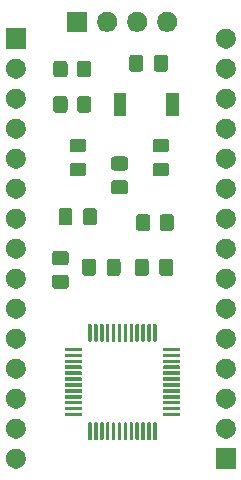
<source format=gts>
G04 #@! TF.GenerationSoftware,KiCad,Pcbnew,9.0.7*
G04 #@! TF.CreationDate,2026-02-04T18:18:03+11:00*
G04 #@! TF.ProjectId,g3507-base,67333530-372d-4626-9173-652e6b696361,rev?*
G04 #@! TF.SameCoordinates,Original*
G04 #@! TF.FileFunction,Soldermask,Top*
G04 #@! TF.FilePolarity,Negative*
%FSLAX46Y46*%
G04 Gerber Fmt 4.6, Leading zero omitted, Abs format (unit mm)*
G04 Created by KiCad (PCBNEW 9.0.7) date 2026-02-04 18:18:03*
%MOMM*%
%LPD*%
G01*
G04 APERTURE LIST*
G04 APERTURE END LIST*
G36*
X127850000Y-94830000D02*
G01*
X126150000Y-94830000D01*
X126150000Y-93130000D01*
X127850000Y-93130000D01*
X127850000Y-94830000D01*
G37*
G36*
X109466742Y-93166601D02*
G01*
X109620687Y-93230367D01*
X109759234Y-93322941D01*
X109877059Y-93440766D01*
X109969633Y-93579313D01*
X110033399Y-93733258D01*
X110065907Y-93896685D01*
X110065907Y-94063315D01*
X110033399Y-94226742D01*
X109969633Y-94380687D01*
X109877059Y-94519234D01*
X109759234Y-94637059D01*
X109620687Y-94729633D01*
X109466742Y-94793399D01*
X109303315Y-94825907D01*
X109136685Y-94825907D01*
X108973258Y-94793399D01*
X108819313Y-94729633D01*
X108680766Y-94637059D01*
X108562941Y-94519234D01*
X108470367Y-94380687D01*
X108406601Y-94226742D01*
X108374093Y-94063315D01*
X108374093Y-93896685D01*
X108406601Y-93733258D01*
X108470367Y-93579313D01*
X108562941Y-93440766D01*
X108680766Y-93322941D01*
X108819313Y-93230367D01*
X108973258Y-93166601D01*
X109136685Y-93134093D01*
X109303315Y-93134093D01*
X109466742Y-93166601D01*
G37*
G36*
X115603701Y-90930709D02*
G01*
X115628033Y-90946967D01*
X115644291Y-90971299D01*
X115650000Y-91000000D01*
X115650000Y-92325000D01*
X115644291Y-92353701D01*
X115628033Y-92378033D01*
X115603701Y-92394291D01*
X115575000Y-92400000D01*
X115425000Y-92400000D01*
X115396299Y-92394291D01*
X115371967Y-92378033D01*
X115355709Y-92353701D01*
X115350000Y-92325000D01*
X115350000Y-91000000D01*
X115355709Y-90971299D01*
X115371967Y-90946967D01*
X115396299Y-90930709D01*
X115425000Y-90925000D01*
X115575000Y-90925000D01*
X115603701Y-90930709D01*
G37*
G36*
X116103701Y-90930709D02*
G01*
X116128033Y-90946967D01*
X116144291Y-90971299D01*
X116150000Y-91000000D01*
X116150000Y-92325000D01*
X116144291Y-92353701D01*
X116128033Y-92378033D01*
X116103701Y-92394291D01*
X116075000Y-92400000D01*
X115925000Y-92400000D01*
X115896299Y-92394291D01*
X115871967Y-92378033D01*
X115855709Y-92353701D01*
X115850000Y-92325000D01*
X115850000Y-91000000D01*
X115855709Y-90971299D01*
X115871967Y-90946967D01*
X115896299Y-90930709D01*
X115925000Y-90925000D01*
X116075000Y-90925000D01*
X116103701Y-90930709D01*
G37*
G36*
X116603701Y-90930709D02*
G01*
X116628033Y-90946967D01*
X116644291Y-90971299D01*
X116650000Y-91000000D01*
X116650000Y-92325000D01*
X116644291Y-92353701D01*
X116628033Y-92378033D01*
X116603701Y-92394291D01*
X116575000Y-92400000D01*
X116425000Y-92400000D01*
X116396299Y-92394291D01*
X116371967Y-92378033D01*
X116355709Y-92353701D01*
X116350000Y-92325000D01*
X116350000Y-91000000D01*
X116355709Y-90971299D01*
X116371967Y-90946967D01*
X116396299Y-90930709D01*
X116425000Y-90925000D01*
X116575000Y-90925000D01*
X116603701Y-90930709D01*
G37*
G36*
X117103701Y-90930709D02*
G01*
X117128033Y-90946967D01*
X117144291Y-90971299D01*
X117150000Y-91000000D01*
X117150000Y-92325000D01*
X117144291Y-92353701D01*
X117128033Y-92378033D01*
X117103701Y-92394291D01*
X117075000Y-92400000D01*
X116925000Y-92400000D01*
X116896299Y-92394291D01*
X116871967Y-92378033D01*
X116855709Y-92353701D01*
X116850000Y-92325000D01*
X116850000Y-91000000D01*
X116855709Y-90971299D01*
X116871967Y-90946967D01*
X116896299Y-90930709D01*
X116925000Y-90925000D01*
X117075000Y-90925000D01*
X117103701Y-90930709D01*
G37*
G36*
X117603701Y-90930709D02*
G01*
X117628033Y-90946967D01*
X117644291Y-90971299D01*
X117650000Y-91000000D01*
X117650000Y-92325000D01*
X117644291Y-92353701D01*
X117628033Y-92378033D01*
X117603701Y-92394291D01*
X117575000Y-92400000D01*
X117425000Y-92400000D01*
X117396299Y-92394291D01*
X117371967Y-92378033D01*
X117355709Y-92353701D01*
X117350000Y-92325000D01*
X117350000Y-91000000D01*
X117355709Y-90971299D01*
X117371967Y-90946967D01*
X117396299Y-90930709D01*
X117425000Y-90925000D01*
X117575000Y-90925000D01*
X117603701Y-90930709D01*
G37*
G36*
X118103701Y-90930709D02*
G01*
X118128033Y-90946967D01*
X118144291Y-90971299D01*
X118150000Y-91000000D01*
X118150000Y-92325000D01*
X118144291Y-92353701D01*
X118128033Y-92378033D01*
X118103701Y-92394291D01*
X118075000Y-92400000D01*
X117925000Y-92400000D01*
X117896299Y-92394291D01*
X117871967Y-92378033D01*
X117855709Y-92353701D01*
X117850000Y-92325000D01*
X117850000Y-91000000D01*
X117855709Y-90971299D01*
X117871967Y-90946967D01*
X117896299Y-90930709D01*
X117925000Y-90925000D01*
X118075000Y-90925000D01*
X118103701Y-90930709D01*
G37*
G36*
X118603701Y-90930709D02*
G01*
X118628033Y-90946967D01*
X118644291Y-90971299D01*
X118650000Y-91000000D01*
X118650000Y-92325000D01*
X118644291Y-92353701D01*
X118628033Y-92378033D01*
X118603701Y-92394291D01*
X118575000Y-92400000D01*
X118425000Y-92400000D01*
X118396299Y-92394291D01*
X118371967Y-92378033D01*
X118355709Y-92353701D01*
X118350000Y-92325000D01*
X118350000Y-91000000D01*
X118355709Y-90971299D01*
X118371967Y-90946967D01*
X118396299Y-90930709D01*
X118425000Y-90925000D01*
X118575000Y-90925000D01*
X118603701Y-90930709D01*
G37*
G36*
X119103701Y-90930709D02*
G01*
X119128033Y-90946967D01*
X119144291Y-90971299D01*
X119150000Y-91000000D01*
X119150000Y-92325000D01*
X119144291Y-92353701D01*
X119128033Y-92378033D01*
X119103701Y-92394291D01*
X119075000Y-92400000D01*
X118925000Y-92400000D01*
X118896299Y-92394291D01*
X118871967Y-92378033D01*
X118855709Y-92353701D01*
X118850000Y-92325000D01*
X118850000Y-91000000D01*
X118855709Y-90971299D01*
X118871967Y-90946967D01*
X118896299Y-90930709D01*
X118925000Y-90925000D01*
X119075000Y-90925000D01*
X119103701Y-90930709D01*
G37*
G36*
X119603701Y-90930709D02*
G01*
X119628033Y-90946967D01*
X119644291Y-90971299D01*
X119650000Y-91000000D01*
X119650000Y-92325000D01*
X119644291Y-92353701D01*
X119628033Y-92378033D01*
X119603701Y-92394291D01*
X119575000Y-92400000D01*
X119425000Y-92400000D01*
X119396299Y-92394291D01*
X119371967Y-92378033D01*
X119355709Y-92353701D01*
X119350000Y-92325000D01*
X119350000Y-91000000D01*
X119355709Y-90971299D01*
X119371967Y-90946967D01*
X119396299Y-90930709D01*
X119425000Y-90925000D01*
X119575000Y-90925000D01*
X119603701Y-90930709D01*
G37*
G36*
X120103701Y-90930709D02*
G01*
X120128033Y-90946967D01*
X120144291Y-90971299D01*
X120150000Y-91000000D01*
X120150000Y-92325000D01*
X120144291Y-92353701D01*
X120128033Y-92378033D01*
X120103701Y-92394291D01*
X120075000Y-92400000D01*
X119925000Y-92400000D01*
X119896299Y-92394291D01*
X119871967Y-92378033D01*
X119855709Y-92353701D01*
X119850000Y-92325000D01*
X119850000Y-91000000D01*
X119855709Y-90971299D01*
X119871967Y-90946967D01*
X119896299Y-90930709D01*
X119925000Y-90925000D01*
X120075000Y-90925000D01*
X120103701Y-90930709D01*
G37*
G36*
X120603701Y-90930709D02*
G01*
X120628033Y-90946967D01*
X120644291Y-90971299D01*
X120650000Y-91000000D01*
X120650000Y-92325000D01*
X120644291Y-92353701D01*
X120628033Y-92378033D01*
X120603701Y-92394291D01*
X120575000Y-92400000D01*
X120425000Y-92400000D01*
X120396299Y-92394291D01*
X120371967Y-92378033D01*
X120355709Y-92353701D01*
X120350000Y-92325000D01*
X120350000Y-91000000D01*
X120355709Y-90971299D01*
X120371967Y-90946967D01*
X120396299Y-90930709D01*
X120425000Y-90925000D01*
X120575000Y-90925000D01*
X120603701Y-90930709D01*
G37*
G36*
X121103701Y-90930709D02*
G01*
X121128033Y-90946967D01*
X121144291Y-90971299D01*
X121150000Y-91000000D01*
X121150000Y-92325000D01*
X121144291Y-92353701D01*
X121128033Y-92378033D01*
X121103701Y-92394291D01*
X121075000Y-92400000D01*
X120925000Y-92400000D01*
X120896299Y-92394291D01*
X120871967Y-92378033D01*
X120855709Y-92353701D01*
X120850000Y-92325000D01*
X120850000Y-91000000D01*
X120855709Y-90971299D01*
X120871967Y-90946967D01*
X120896299Y-90930709D01*
X120925000Y-90925000D01*
X121075000Y-90925000D01*
X121103701Y-90930709D01*
G37*
G36*
X109466742Y-90626601D02*
G01*
X109620687Y-90690367D01*
X109759234Y-90782941D01*
X109877059Y-90900766D01*
X109969633Y-91039313D01*
X110033399Y-91193258D01*
X110065907Y-91356685D01*
X110065907Y-91523315D01*
X110033399Y-91686742D01*
X109969633Y-91840687D01*
X109877059Y-91979234D01*
X109759234Y-92097059D01*
X109620687Y-92189633D01*
X109466742Y-92253399D01*
X109303315Y-92285907D01*
X109136685Y-92285907D01*
X108973258Y-92253399D01*
X108819313Y-92189633D01*
X108680766Y-92097059D01*
X108562941Y-91979234D01*
X108470367Y-91840687D01*
X108406601Y-91686742D01*
X108374093Y-91523315D01*
X108374093Y-91356685D01*
X108406601Y-91193258D01*
X108470367Y-91039313D01*
X108562941Y-90900766D01*
X108680766Y-90782941D01*
X108819313Y-90690367D01*
X108973258Y-90626601D01*
X109136685Y-90594093D01*
X109303315Y-90594093D01*
X109466742Y-90626601D01*
G37*
G36*
X127246742Y-90626601D02*
G01*
X127400687Y-90690367D01*
X127539234Y-90782941D01*
X127657059Y-90900766D01*
X127749633Y-91039313D01*
X127813399Y-91193258D01*
X127845907Y-91356685D01*
X127845907Y-91523315D01*
X127813399Y-91686742D01*
X127749633Y-91840687D01*
X127657059Y-91979234D01*
X127539234Y-92097059D01*
X127400687Y-92189633D01*
X127246742Y-92253399D01*
X127083315Y-92285907D01*
X126916685Y-92285907D01*
X126753258Y-92253399D01*
X126599313Y-92189633D01*
X126460766Y-92097059D01*
X126342941Y-91979234D01*
X126250367Y-91840687D01*
X126186601Y-91686742D01*
X126154093Y-91523315D01*
X126154093Y-91356685D01*
X126186601Y-91193258D01*
X126250367Y-91039313D01*
X126342941Y-90900766D01*
X126460766Y-90782941D01*
X126599313Y-90690367D01*
X126753258Y-90626601D01*
X126916685Y-90594093D01*
X127083315Y-90594093D01*
X127246742Y-90626601D01*
G37*
G36*
X114778701Y-90105709D02*
G01*
X114803033Y-90121967D01*
X114819291Y-90146299D01*
X114825000Y-90175000D01*
X114825000Y-90325000D01*
X114819291Y-90353701D01*
X114803033Y-90378033D01*
X114778701Y-90394291D01*
X114750000Y-90400000D01*
X113425000Y-90400000D01*
X113396299Y-90394291D01*
X113371967Y-90378033D01*
X113355709Y-90353701D01*
X113350000Y-90325000D01*
X113350000Y-90175000D01*
X113355709Y-90146299D01*
X113371967Y-90121967D01*
X113396299Y-90105709D01*
X113425000Y-90100000D01*
X114750000Y-90100000D01*
X114778701Y-90105709D01*
G37*
G36*
X123103701Y-90105709D02*
G01*
X123128033Y-90121967D01*
X123144291Y-90146299D01*
X123150000Y-90175000D01*
X123150000Y-90325000D01*
X123144291Y-90353701D01*
X123128033Y-90378033D01*
X123103701Y-90394291D01*
X123075000Y-90400000D01*
X121750000Y-90400000D01*
X121721299Y-90394291D01*
X121696967Y-90378033D01*
X121680709Y-90353701D01*
X121675000Y-90325000D01*
X121675000Y-90175000D01*
X121680709Y-90146299D01*
X121696967Y-90121967D01*
X121721299Y-90105709D01*
X121750000Y-90100000D01*
X123075000Y-90100000D01*
X123103701Y-90105709D01*
G37*
G36*
X114778701Y-89605709D02*
G01*
X114803033Y-89621967D01*
X114819291Y-89646299D01*
X114825000Y-89675000D01*
X114825000Y-89825000D01*
X114819291Y-89853701D01*
X114803033Y-89878033D01*
X114778701Y-89894291D01*
X114750000Y-89900000D01*
X113425000Y-89900000D01*
X113396299Y-89894291D01*
X113371967Y-89878033D01*
X113355709Y-89853701D01*
X113350000Y-89825000D01*
X113350000Y-89675000D01*
X113355709Y-89646299D01*
X113371967Y-89621967D01*
X113396299Y-89605709D01*
X113425000Y-89600000D01*
X114750000Y-89600000D01*
X114778701Y-89605709D01*
G37*
G36*
X123103701Y-89605709D02*
G01*
X123128033Y-89621967D01*
X123144291Y-89646299D01*
X123150000Y-89675000D01*
X123150000Y-89825000D01*
X123144291Y-89853701D01*
X123128033Y-89878033D01*
X123103701Y-89894291D01*
X123075000Y-89900000D01*
X121750000Y-89900000D01*
X121721299Y-89894291D01*
X121696967Y-89878033D01*
X121680709Y-89853701D01*
X121675000Y-89825000D01*
X121675000Y-89675000D01*
X121680709Y-89646299D01*
X121696967Y-89621967D01*
X121721299Y-89605709D01*
X121750000Y-89600000D01*
X123075000Y-89600000D01*
X123103701Y-89605709D01*
G37*
G36*
X109466742Y-88086601D02*
G01*
X109620687Y-88150367D01*
X109759234Y-88242941D01*
X109877059Y-88360766D01*
X109969633Y-88499313D01*
X110033399Y-88653258D01*
X110065907Y-88816685D01*
X110065907Y-88983315D01*
X110033399Y-89146742D01*
X109969633Y-89300687D01*
X109877059Y-89439234D01*
X109759234Y-89557059D01*
X109620687Y-89649633D01*
X109466742Y-89713399D01*
X109303315Y-89745907D01*
X109136685Y-89745907D01*
X108973258Y-89713399D01*
X108819313Y-89649633D01*
X108680766Y-89557059D01*
X108562941Y-89439234D01*
X108470367Y-89300687D01*
X108406601Y-89146742D01*
X108374093Y-88983315D01*
X108374093Y-88816685D01*
X108406601Y-88653258D01*
X108470367Y-88499313D01*
X108562941Y-88360766D01*
X108680766Y-88242941D01*
X108819313Y-88150367D01*
X108973258Y-88086601D01*
X109136685Y-88054093D01*
X109303315Y-88054093D01*
X109466742Y-88086601D01*
G37*
G36*
X127246742Y-88086601D02*
G01*
X127400687Y-88150367D01*
X127539234Y-88242941D01*
X127657059Y-88360766D01*
X127749633Y-88499313D01*
X127813399Y-88653258D01*
X127845907Y-88816685D01*
X127845907Y-88983315D01*
X127813399Y-89146742D01*
X127749633Y-89300687D01*
X127657059Y-89439234D01*
X127539234Y-89557059D01*
X127400687Y-89649633D01*
X127246742Y-89713399D01*
X127083315Y-89745907D01*
X126916685Y-89745907D01*
X126753258Y-89713399D01*
X126599313Y-89649633D01*
X126460766Y-89557059D01*
X126342941Y-89439234D01*
X126250367Y-89300687D01*
X126186601Y-89146742D01*
X126154093Y-88983315D01*
X126154093Y-88816685D01*
X126186601Y-88653258D01*
X126250367Y-88499313D01*
X126342941Y-88360766D01*
X126460766Y-88242941D01*
X126599313Y-88150367D01*
X126753258Y-88086601D01*
X126916685Y-88054093D01*
X127083315Y-88054093D01*
X127246742Y-88086601D01*
G37*
G36*
X114778701Y-89105709D02*
G01*
X114803033Y-89121967D01*
X114819291Y-89146299D01*
X114825000Y-89175000D01*
X114825000Y-89325000D01*
X114819291Y-89353701D01*
X114803033Y-89378033D01*
X114778701Y-89394291D01*
X114750000Y-89400000D01*
X113425000Y-89400000D01*
X113396299Y-89394291D01*
X113371967Y-89378033D01*
X113355709Y-89353701D01*
X113350000Y-89325000D01*
X113350000Y-89175000D01*
X113355709Y-89146299D01*
X113371967Y-89121967D01*
X113396299Y-89105709D01*
X113425000Y-89100000D01*
X114750000Y-89100000D01*
X114778701Y-89105709D01*
G37*
G36*
X123103701Y-89105709D02*
G01*
X123128033Y-89121967D01*
X123144291Y-89146299D01*
X123150000Y-89175000D01*
X123150000Y-89325000D01*
X123144291Y-89353701D01*
X123128033Y-89378033D01*
X123103701Y-89394291D01*
X123075000Y-89400000D01*
X121750000Y-89400000D01*
X121721299Y-89394291D01*
X121696967Y-89378033D01*
X121680709Y-89353701D01*
X121675000Y-89325000D01*
X121675000Y-89175000D01*
X121680709Y-89146299D01*
X121696967Y-89121967D01*
X121721299Y-89105709D01*
X121750000Y-89100000D01*
X123075000Y-89100000D01*
X123103701Y-89105709D01*
G37*
G36*
X114778701Y-88605709D02*
G01*
X114803033Y-88621967D01*
X114819291Y-88646299D01*
X114825000Y-88675000D01*
X114825000Y-88825000D01*
X114819291Y-88853701D01*
X114803033Y-88878033D01*
X114778701Y-88894291D01*
X114750000Y-88900000D01*
X113425000Y-88900000D01*
X113396299Y-88894291D01*
X113371967Y-88878033D01*
X113355709Y-88853701D01*
X113350000Y-88825000D01*
X113350000Y-88675000D01*
X113355709Y-88646299D01*
X113371967Y-88621967D01*
X113396299Y-88605709D01*
X113425000Y-88600000D01*
X114750000Y-88600000D01*
X114778701Y-88605709D01*
G37*
G36*
X123103701Y-88605709D02*
G01*
X123128033Y-88621967D01*
X123144291Y-88646299D01*
X123150000Y-88675000D01*
X123150000Y-88825000D01*
X123144291Y-88853701D01*
X123128033Y-88878033D01*
X123103701Y-88894291D01*
X123075000Y-88900000D01*
X121750000Y-88900000D01*
X121721299Y-88894291D01*
X121696967Y-88878033D01*
X121680709Y-88853701D01*
X121675000Y-88825000D01*
X121675000Y-88675000D01*
X121680709Y-88646299D01*
X121696967Y-88621967D01*
X121721299Y-88605709D01*
X121750000Y-88600000D01*
X123075000Y-88600000D01*
X123103701Y-88605709D01*
G37*
G36*
X114778701Y-88105709D02*
G01*
X114803033Y-88121967D01*
X114819291Y-88146299D01*
X114825000Y-88175000D01*
X114825000Y-88325000D01*
X114819291Y-88353701D01*
X114803033Y-88378033D01*
X114778701Y-88394291D01*
X114750000Y-88400000D01*
X113425000Y-88400000D01*
X113396299Y-88394291D01*
X113371967Y-88378033D01*
X113355709Y-88353701D01*
X113350000Y-88325000D01*
X113350000Y-88175000D01*
X113355709Y-88146299D01*
X113371967Y-88121967D01*
X113396299Y-88105709D01*
X113425000Y-88100000D01*
X114750000Y-88100000D01*
X114778701Y-88105709D01*
G37*
G36*
X123103701Y-88105709D02*
G01*
X123128033Y-88121967D01*
X123144291Y-88146299D01*
X123150000Y-88175000D01*
X123150000Y-88325000D01*
X123144291Y-88353701D01*
X123128033Y-88378033D01*
X123103701Y-88394291D01*
X123075000Y-88400000D01*
X121750000Y-88400000D01*
X121721299Y-88394291D01*
X121696967Y-88378033D01*
X121680709Y-88353701D01*
X121675000Y-88325000D01*
X121675000Y-88175000D01*
X121680709Y-88146299D01*
X121696967Y-88121967D01*
X121721299Y-88105709D01*
X121750000Y-88100000D01*
X123075000Y-88100000D01*
X123103701Y-88105709D01*
G37*
G36*
X114778701Y-87605709D02*
G01*
X114803033Y-87621967D01*
X114819291Y-87646299D01*
X114825000Y-87675000D01*
X114825000Y-87825000D01*
X114819291Y-87853701D01*
X114803033Y-87878033D01*
X114778701Y-87894291D01*
X114750000Y-87900000D01*
X113425000Y-87900000D01*
X113396299Y-87894291D01*
X113371967Y-87878033D01*
X113355709Y-87853701D01*
X113350000Y-87825000D01*
X113350000Y-87675000D01*
X113355709Y-87646299D01*
X113371967Y-87621967D01*
X113396299Y-87605709D01*
X113425000Y-87600000D01*
X114750000Y-87600000D01*
X114778701Y-87605709D01*
G37*
G36*
X123103701Y-87605709D02*
G01*
X123128033Y-87621967D01*
X123144291Y-87646299D01*
X123150000Y-87675000D01*
X123150000Y-87825000D01*
X123144291Y-87853701D01*
X123128033Y-87878033D01*
X123103701Y-87894291D01*
X123075000Y-87900000D01*
X121750000Y-87900000D01*
X121721299Y-87894291D01*
X121696967Y-87878033D01*
X121680709Y-87853701D01*
X121675000Y-87825000D01*
X121675000Y-87675000D01*
X121680709Y-87646299D01*
X121696967Y-87621967D01*
X121721299Y-87605709D01*
X121750000Y-87600000D01*
X123075000Y-87600000D01*
X123103701Y-87605709D01*
G37*
G36*
X114778701Y-87105709D02*
G01*
X114803033Y-87121967D01*
X114819291Y-87146299D01*
X114825000Y-87175000D01*
X114825000Y-87325000D01*
X114819291Y-87353701D01*
X114803033Y-87378033D01*
X114778701Y-87394291D01*
X114750000Y-87400000D01*
X113425000Y-87400000D01*
X113396299Y-87394291D01*
X113371967Y-87378033D01*
X113355709Y-87353701D01*
X113350000Y-87325000D01*
X113350000Y-87175000D01*
X113355709Y-87146299D01*
X113371967Y-87121967D01*
X113396299Y-87105709D01*
X113425000Y-87100000D01*
X114750000Y-87100000D01*
X114778701Y-87105709D01*
G37*
G36*
X123103701Y-87105709D02*
G01*
X123128033Y-87121967D01*
X123144291Y-87146299D01*
X123150000Y-87175000D01*
X123150000Y-87325000D01*
X123144291Y-87353701D01*
X123128033Y-87378033D01*
X123103701Y-87394291D01*
X123075000Y-87400000D01*
X121750000Y-87400000D01*
X121721299Y-87394291D01*
X121696967Y-87378033D01*
X121680709Y-87353701D01*
X121675000Y-87325000D01*
X121675000Y-87175000D01*
X121680709Y-87146299D01*
X121696967Y-87121967D01*
X121721299Y-87105709D01*
X121750000Y-87100000D01*
X123075000Y-87100000D01*
X123103701Y-87105709D01*
G37*
G36*
X109466742Y-85546601D02*
G01*
X109620687Y-85610367D01*
X109759234Y-85702941D01*
X109877059Y-85820766D01*
X109969633Y-85959313D01*
X110033399Y-86113258D01*
X110065907Y-86276685D01*
X110065907Y-86443315D01*
X110033399Y-86606742D01*
X109969633Y-86760687D01*
X109877059Y-86899234D01*
X109759234Y-87017059D01*
X109620687Y-87109633D01*
X109466742Y-87173399D01*
X109303315Y-87205907D01*
X109136685Y-87205907D01*
X108973258Y-87173399D01*
X108819313Y-87109633D01*
X108680766Y-87017059D01*
X108562941Y-86899234D01*
X108470367Y-86760687D01*
X108406601Y-86606742D01*
X108374093Y-86443315D01*
X108374093Y-86276685D01*
X108406601Y-86113258D01*
X108470367Y-85959313D01*
X108562941Y-85820766D01*
X108680766Y-85702941D01*
X108819313Y-85610367D01*
X108973258Y-85546601D01*
X109136685Y-85514093D01*
X109303315Y-85514093D01*
X109466742Y-85546601D01*
G37*
G36*
X127246742Y-85546601D02*
G01*
X127400687Y-85610367D01*
X127539234Y-85702941D01*
X127657059Y-85820766D01*
X127749633Y-85959313D01*
X127813399Y-86113258D01*
X127845907Y-86276685D01*
X127845907Y-86443315D01*
X127813399Y-86606742D01*
X127749633Y-86760687D01*
X127657059Y-86899234D01*
X127539234Y-87017059D01*
X127400687Y-87109633D01*
X127246742Y-87173399D01*
X127083315Y-87205907D01*
X126916685Y-87205907D01*
X126753258Y-87173399D01*
X126599313Y-87109633D01*
X126460766Y-87017059D01*
X126342941Y-86899234D01*
X126250367Y-86760687D01*
X126186601Y-86606742D01*
X126154093Y-86443315D01*
X126154093Y-86276685D01*
X126186601Y-86113258D01*
X126250367Y-85959313D01*
X126342941Y-85820766D01*
X126460766Y-85702941D01*
X126599313Y-85610367D01*
X126753258Y-85546601D01*
X126916685Y-85514093D01*
X127083315Y-85514093D01*
X127246742Y-85546601D01*
G37*
G36*
X114778701Y-86605709D02*
G01*
X114803033Y-86621967D01*
X114819291Y-86646299D01*
X114825000Y-86675000D01*
X114825000Y-86825000D01*
X114819291Y-86853701D01*
X114803033Y-86878033D01*
X114778701Y-86894291D01*
X114750000Y-86900000D01*
X113425000Y-86900000D01*
X113396299Y-86894291D01*
X113371967Y-86878033D01*
X113355709Y-86853701D01*
X113350000Y-86825000D01*
X113350000Y-86675000D01*
X113355709Y-86646299D01*
X113371967Y-86621967D01*
X113396299Y-86605709D01*
X113425000Y-86600000D01*
X114750000Y-86600000D01*
X114778701Y-86605709D01*
G37*
G36*
X123103701Y-86605709D02*
G01*
X123128033Y-86621967D01*
X123144291Y-86646299D01*
X123150000Y-86675000D01*
X123150000Y-86825000D01*
X123144291Y-86853701D01*
X123128033Y-86878033D01*
X123103701Y-86894291D01*
X123075000Y-86900000D01*
X121750000Y-86900000D01*
X121721299Y-86894291D01*
X121696967Y-86878033D01*
X121680709Y-86853701D01*
X121675000Y-86825000D01*
X121675000Y-86675000D01*
X121680709Y-86646299D01*
X121696967Y-86621967D01*
X121721299Y-86605709D01*
X121750000Y-86600000D01*
X123075000Y-86600000D01*
X123103701Y-86605709D01*
G37*
G36*
X114778701Y-86105709D02*
G01*
X114803033Y-86121967D01*
X114819291Y-86146299D01*
X114825000Y-86175000D01*
X114825000Y-86325000D01*
X114819291Y-86353701D01*
X114803033Y-86378033D01*
X114778701Y-86394291D01*
X114750000Y-86400000D01*
X113425000Y-86400000D01*
X113396299Y-86394291D01*
X113371967Y-86378033D01*
X113355709Y-86353701D01*
X113350000Y-86325000D01*
X113350000Y-86175000D01*
X113355709Y-86146299D01*
X113371967Y-86121967D01*
X113396299Y-86105709D01*
X113425000Y-86100000D01*
X114750000Y-86100000D01*
X114778701Y-86105709D01*
G37*
G36*
X123103701Y-86105709D02*
G01*
X123128033Y-86121967D01*
X123144291Y-86146299D01*
X123150000Y-86175000D01*
X123150000Y-86325000D01*
X123144291Y-86353701D01*
X123128033Y-86378033D01*
X123103701Y-86394291D01*
X123075000Y-86400000D01*
X121750000Y-86400000D01*
X121721299Y-86394291D01*
X121696967Y-86378033D01*
X121680709Y-86353701D01*
X121675000Y-86325000D01*
X121675000Y-86175000D01*
X121680709Y-86146299D01*
X121696967Y-86121967D01*
X121721299Y-86105709D01*
X121750000Y-86100000D01*
X123075000Y-86100000D01*
X123103701Y-86105709D01*
G37*
G36*
X114778701Y-85605709D02*
G01*
X114803033Y-85621967D01*
X114819291Y-85646299D01*
X114825000Y-85675000D01*
X114825000Y-85825000D01*
X114819291Y-85853701D01*
X114803033Y-85878033D01*
X114778701Y-85894291D01*
X114750000Y-85900000D01*
X113425000Y-85900000D01*
X113396299Y-85894291D01*
X113371967Y-85878033D01*
X113355709Y-85853701D01*
X113350000Y-85825000D01*
X113350000Y-85675000D01*
X113355709Y-85646299D01*
X113371967Y-85621967D01*
X113396299Y-85605709D01*
X113425000Y-85600000D01*
X114750000Y-85600000D01*
X114778701Y-85605709D01*
G37*
G36*
X123103701Y-85605709D02*
G01*
X123128033Y-85621967D01*
X123144291Y-85646299D01*
X123150000Y-85675000D01*
X123150000Y-85825000D01*
X123144291Y-85853701D01*
X123128033Y-85878033D01*
X123103701Y-85894291D01*
X123075000Y-85900000D01*
X121750000Y-85900000D01*
X121721299Y-85894291D01*
X121696967Y-85878033D01*
X121680709Y-85853701D01*
X121675000Y-85825000D01*
X121675000Y-85675000D01*
X121680709Y-85646299D01*
X121696967Y-85621967D01*
X121721299Y-85605709D01*
X121750000Y-85600000D01*
X123075000Y-85600000D01*
X123103701Y-85605709D01*
G37*
G36*
X114778701Y-85105709D02*
G01*
X114803033Y-85121967D01*
X114819291Y-85146299D01*
X114825000Y-85175000D01*
X114825000Y-85325000D01*
X114819291Y-85353701D01*
X114803033Y-85378033D01*
X114778701Y-85394291D01*
X114750000Y-85400000D01*
X113425000Y-85400000D01*
X113396299Y-85394291D01*
X113371967Y-85378033D01*
X113355709Y-85353701D01*
X113350000Y-85325000D01*
X113350000Y-85175000D01*
X113355709Y-85146299D01*
X113371967Y-85121967D01*
X113396299Y-85105709D01*
X113425000Y-85100000D01*
X114750000Y-85100000D01*
X114778701Y-85105709D01*
G37*
G36*
X123103701Y-85105709D02*
G01*
X123128033Y-85121967D01*
X123144291Y-85146299D01*
X123150000Y-85175000D01*
X123150000Y-85325000D01*
X123144291Y-85353701D01*
X123128033Y-85378033D01*
X123103701Y-85394291D01*
X123075000Y-85400000D01*
X121750000Y-85400000D01*
X121721299Y-85394291D01*
X121696967Y-85378033D01*
X121680709Y-85353701D01*
X121675000Y-85325000D01*
X121675000Y-85175000D01*
X121680709Y-85146299D01*
X121696967Y-85121967D01*
X121721299Y-85105709D01*
X121750000Y-85100000D01*
X123075000Y-85100000D01*
X123103701Y-85105709D01*
G37*
G36*
X114778701Y-84605709D02*
G01*
X114803033Y-84621967D01*
X114819291Y-84646299D01*
X114825000Y-84675000D01*
X114825000Y-84825000D01*
X114819291Y-84853701D01*
X114803033Y-84878033D01*
X114778701Y-84894291D01*
X114750000Y-84900000D01*
X113425000Y-84900000D01*
X113396299Y-84894291D01*
X113371967Y-84878033D01*
X113355709Y-84853701D01*
X113350000Y-84825000D01*
X113350000Y-84675000D01*
X113355709Y-84646299D01*
X113371967Y-84621967D01*
X113396299Y-84605709D01*
X113425000Y-84600000D01*
X114750000Y-84600000D01*
X114778701Y-84605709D01*
G37*
G36*
X123103701Y-84605709D02*
G01*
X123128033Y-84621967D01*
X123144291Y-84646299D01*
X123150000Y-84675000D01*
X123150000Y-84825000D01*
X123144291Y-84853701D01*
X123128033Y-84878033D01*
X123103701Y-84894291D01*
X123075000Y-84900000D01*
X121750000Y-84900000D01*
X121721299Y-84894291D01*
X121696967Y-84878033D01*
X121680709Y-84853701D01*
X121675000Y-84825000D01*
X121675000Y-84675000D01*
X121680709Y-84646299D01*
X121696967Y-84621967D01*
X121721299Y-84605709D01*
X121750000Y-84600000D01*
X123075000Y-84600000D01*
X123103701Y-84605709D01*
G37*
G36*
X109466742Y-83006601D02*
G01*
X109620687Y-83070367D01*
X109759234Y-83162941D01*
X109877059Y-83280766D01*
X109969633Y-83419313D01*
X110033399Y-83573258D01*
X110065907Y-83736685D01*
X110065907Y-83903315D01*
X110033399Y-84066742D01*
X109969633Y-84220687D01*
X109877059Y-84359234D01*
X109759234Y-84477059D01*
X109620687Y-84569633D01*
X109466742Y-84633399D01*
X109303315Y-84665907D01*
X109136685Y-84665907D01*
X108973258Y-84633399D01*
X108819313Y-84569633D01*
X108680766Y-84477059D01*
X108562941Y-84359234D01*
X108470367Y-84220687D01*
X108406601Y-84066742D01*
X108374093Y-83903315D01*
X108374093Y-83736685D01*
X108406601Y-83573258D01*
X108470367Y-83419313D01*
X108562941Y-83280766D01*
X108680766Y-83162941D01*
X108819313Y-83070367D01*
X108973258Y-83006601D01*
X109136685Y-82974093D01*
X109303315Y-82974093D01*
X109466742Y-83006601D01*
G37*
G36*
X127246742Y-83006601D02*
G01*
X127400687Y-83070367D01*
X127539234Y-83162941D01*
X127657059Y-83280766D01*
X127749633Y-83419313D01*
X127813399Y-83573258D01*
X127845907Y-83736685D01*
X127845907Y-83903315D01*
X127813399Y-84066742D01*
X127749633Y-84220687D01*
X127657059Y-84359234D01*
X127539234Y-84477059D01*
X127400687Y-84569633D01*
X127246742Y-84633399D01*
X127083315Y-84665907D01*
X126916685Y-84665907D01*
X126753258Y-84633399D01*
X126599313Y-84569633D01*
X126460766Y-84477059D01*
X126342941Y-84359234D01*
X126250367Y-84220687D01*
X126186601Y-84066742D01*
X126154093Y-83903315D01*
X126154093Y-83736685D01*
X126186601Y-83573258D01*
X126250367Y-83419313D01*
X126342941Y-83280766D01*
X126460766Y-83162941D01*
X126599313Y-83070367D01*
X126753258Y-83006601D01*
X126916685Y-82974093D01*
X127083315Y-82974093D01*
X127246742Y-83006601D01*
G37*
G36*
X115603701Y-82605709D02*
G01*
X115628033Y-82621967D01*
X115644291Y-82646299D01*
X115650000Y-82675000D01*
X115650000Y-84000000D01*
X115644291Y-84028701D01*
X115628033Y-84053033D01*
X115603701Y-84069291D01*
X115575000Y-84075000D01*
X115425000Y-84075000D01*
X115396299Y-84069291D01*
X115371967Y-84053033D01*
X115355709Y-84028701D01*
X115350000Y-84000000D01*
X115350000Y-82675000D01*
X115355709Y-82646299D01*
X115371967Y-82621967D01*
X115396299Y-82605709D01*
X115425000Y-82600000D01*
X115575000Y-82600000D01*
X115603701Y-82605709D01*
G37*
G36*
X116103701Y-82605709D02*
G01*
X116128033Y-82621967D01*
X116144291Y-82646299D01*
X116150000Y-82675000D01*
X116150000Y-84000000D01*
X116144291Y-84028701D01*
X116128033Y-84053033D01*
X116103701Y-84069291D01*
X116075000Y-84075000D01*
X115925000Y-84075000D01*
X115896299Y-84069291D01*
X115871967Y-84053033D01*
X115855709Y-84028701D01*
X115850000Y-84000000D01*
X115850000Y-82675000D01*
X115855709Y-82646299D01*
X115871967Y-82621967D01*
X115896299Y-82605709D01*
X115925000Y-82600000D01*
X116075000Y-82600000D01*
X116103701Y-82605709D01*
G37*
G36*
X116603701Y-82605709D02*
G01*
X116628033Y-82621967D01*
X116644291Y-82646299D01*
X116650000Y-82675000D01*
X116650000Y-84000000D01*
X116644291Y-84028701D01*
X116628033Y-84053033D01*
X116603701Y-84069291D01*
X116575000Y-84075000D01*
X116425000Y-84075000D01*
X116396299Y-84069291D01*
X116371967Y-84053033D01*
X116355709Y-84028701D01*
X116350000Y-84000000D01*
X116350000Y-82675000D01*
X116355709Y-82646299D01*
X116371967Y-82621967D01*
X116396299Y-82605709D01*
X116425000Y-82600000D01*
X116575000Y-82600000D01*
X116603701Y-82605709D01*
G37*
G36*
X117103701Y-82605709D02*
G01*
X117128033Y-82621967D01*
X117144291Y-82646299D01*
X117150000Y-82675000D01*
X117150000Y-84000000D01*
X117144291Y-84028701D01*
X117128033Y-84053033D01*
X117103701Y-84069291D01*
X117075000Y-84075000D01*
X116925000Y-84075000D01*
X116896299Y-84069291D01*
X116871967Y-84053033D01*
X116855709Y-84028701D01*
X116850000Y-84000000D01*
X116850000Y-82675000D01*
X116855709Y-82646299D01*
X116871967Y-82621967D01*
X116896299Y-82605709D01*
X116925000Y-82600000D01*
X117075000Y-82600000D01*
X117103701Y-82605709D01*
G37*
G36*
X117603701Y-82605709D02*
G01*
X117628033Y-82621967D01*
X117644291Y-82646299D01*
X117650000Y-82675000D01*
X117650000Y-84000000D01*
X117644291Y-84028701D01*
X117628033Y-84053033D01*
X117603701Y-84069291D01*
X117575000Y-84075000D01*
X117425000Y-84075000D01*
X117396299Y-84069291D01*
X117371967Y-84053033D01*
X117355709Y-84028701D01*
X117350000Y-84000000D01*
X117350000Y-82675000D01*
X117355709Y-82646299D01*
X117371967Y-82621967D01*
X117396299Y-82605709D01*
X117425000Y-82600000D01*
X117575000Y-82600000D01*
X117603701Y-82605709D01*
G37*
G36*
X118103701Y-82605709D02*
G01*
X118128033Y-82621967D01*
X118144291Y-82646299D01*
X118150000Y-82675000D01*
X118150000Y-84000000D01*
X118144291Y-84028701D01*
X118128033Y-84053033D01*
X118103701Y-84069291D01*
X118075000Y-84075000D01*
X117925000Y-84075000D01*
X117896299Y-84069291D01*
X117871967Y-84053033D01*
X117855709Y-84028701D01*
X117850000Y-84000000D01*
X117850000Y-82675000D01*
X117855709Y-82646299D01*
X117871967Y-82621967D01*
X117896299Y-82605709D01*
X117925000Y-82600000D01*
X118075000Y-82600000D01*
X118103701Y-82605709D01*
G37*
G36*
X118603701Y-82605709D02*
G01*
X118628033Y-82621967D01*
X118644291Y-82646299D01*
X118650000Y-82675000D01*
X118650000Y-84000000D01*
X118644291Y-84028701D01*
X118628033Y-84053033D01*
X118603701Y-84069291D01*
X118575000Y-84075000D01*
X118425000Y-84075000D01*
X118396299Y-84069291D01*
X118371967Y-84053033D01*
X118355709Y-84028701D01*
X118350000Y-84000000D01*
X118350000Y-82675000D01*
X118355709Y-82646299D01*
X118371967Y-82621967D01*
X118396299Y-82605709D01*
X118425000Y-82600000D01*
X118575000Y-82600000D01*
X118603701Y-82605709D01*
G37*
G36*
X119103701Y-82605709D02*
G01*
X119128033Y-82621967D01*
X119144291Y-82646299D01*
X119150000Y-82675000D01*
X119150000Y-84000000D01*
X119144291Y-84028701D01*
X119128033Y-84053033D01*
X119103701Y-84069291D01*
X119075000Y-84075000D01*
X118925000Y-84075000D01*
X118896299Y-84069291D01*
X118871967Y-84053033D01*
X118855709Y-84028701D01*
X118850000Y-84000000D01*
X118850000Y-82675000D01*
X118855709Y-82646299D01*
X118871967Y-82621967D01*
X118896299Y-82605709D01*
X118925000Y-82600000D01*
X119075000Y-82600000D01*
X119103701Y-82605709D01*
G37*
G36*
X119603701Y-82605709D02*
G01*
X119628033Y-82621967D01*
X119644291Y-82646299D01*
X119650000Y-82675000D01*
X119650000Y-84000000D01*
X119644291Y-84028701D01*
X119628033Y-84053033D01*
X119603701Y-84069291D01*
X119575000Y-84075000D01*
X119425000Y-84075000D01*
X119396299Y-84069291D01*
X119371967Y-84053033D01*
X119355709Y-84028701D01*
X119350000Y-84000000D01*
X119350000Y-82675000D01*
X119355709Y-82646299D01*
X119371967Y-82621967D01*
X119396299Y-82605709D01*
X119425000Y-82600000D01*
X119575000Y-82600000D01*
X119603701Y-82605709D01*
G37*
G36*
X120103701Y-82605709D02*
G01*
X120128033Y-82621967D01*
X120144291Y-82646299D01*
X120150000Y-82675000D01*
X120150000Y-84000000D01*
X120144291Y-84028701D01*
X120128033Y-84053033D01*
X120103701Y-84069291D01*
X120075000Y-84075000D01*
X119925000Y-84075000D01*
X119896299Y-84069291D01*
X119871967Y-84053033D01*
X119855709Y-84028701D01*
X119850000Y-84000000D01*
X119850000Y-82675000D01*
X119855709Y-82646299D01*
X119871967Y-82621967D01*
X119896299Y-82605709D01*
X119925000Y-82600000D01*
X120075000Y-82600000D01*
X120103701Y-82605709D01*
G37*
G36*
X120603701Y-82605709D02*
G01*
X120628033Y-82621967D01*
X120644291Y-82646299D01*
X120650000Y-82675000D01*
X120650000Y-84000000D01*
X120644291Y-84028701D01*
X120628033Y-84053033D01*
X120603701Y-84069291D01*
X120575000Y-84075000D01*
X120425000Y-84075000D01*
X120396299Y-84069291D01*
X120371967Y-84053033D01*
X120355709Y-84028701D01*
X120350000Y-84000000D01*
X120350000Y-82675000D01*
X120355709Y-82646299D01*
X120371967Y-82621967D01*
X120396299Y-82605709D01*
X120425000Y-82600000D01*
X120575000Y-82600000D01*
X120603701Y-82605709D01*
G37*
G36*
X121103701Y-82605709D02*
G01*
X121128033Y-82621967D01*
X121144291Y-82646299D01*
X121150000Y-82675000D01*
X121150000Y-84000000D01*
X121144291Y-84028701D01*
X121128033Y-84053033D01*
X121103701Y-84069291D01*
X121075000Y-84075000D01*
X120925000Y-84075000D01*
X120896299Y-84069291D01*
X120871967Y-84053033D01*
X120855709Y-84028701D01*
X120850000Y-84000000D01*
X120850000Y-82675000D01*
X120855709Y-82646299D01*
X120871967Y-82621967D01*
X120896299Y-82605709D01*
X120925000Y-82600000D01*
X121075000Y-82600000D01*
X121103701Y-82605709D01*
G37*
G36*
X109466742Y-80466601D02*
G01*
X109620687Y-80530367D01*
X109759234Y-80622941D01*
X109877059Y-80740766D01*
X109969633Y-80879313D01*
X110033399Y-81033258D01*
X110065907Y-81196685D01*
X110065907Y-81363315D01*
X110033399Y-81526742D01*
X109969633Y-81680687D01*
X109877059Y-81819234D01*
X109759234Y-81937059D01*
X109620687Y-82029633D01*
X109466742Y-82093399D01*
X109303315Y-82125907D01*
X109136685Y-82125907D01*
X108973258Y-82093399D01*
X108819313Y-82029633D01*
X108680766Y-81937059D01*
X108562941Y-81819234D01*
X108470367Y-81680687D01*
X108406601Y-81526742D01*
X108374093Y-81363315D01*
X108374093Y-81196685D01*
X108406601Y-81033258D01*
X108470367Y-80879313D01*
X108562941Y-80740766D01*
X108680766Y-80622941D01*
X108819313Y-80530367D01*
X108973258Y-80466601D01*
X109136685Y-80434093D01*
X109303315Y-80434093D01*
X109466742Y-80466601D01*
G37*
G36*
X127246742Y-80466601D02*
G01*
X127400687Y-80530367D01*
X127539234Y-80622941D01*
X127657059Y-80740766D01*
X127749633Y-80879313D01*
X127813399Y-81033258D01*
X127845907Y-81196685D01*
X127845907Y-81363315D01*
X127813399Y-81526742D01*
X127749633Y-81680687D01*
X127657059Y-81819234D01*
X127539234Y-81937059D01*
X127400687Y-82029633D01*
X127246742Y-82093399D01*
X127083315Y-82125907D01*
X126916685Y-82125907D01*
X126753258Y-82093399D01*
X126599313Y-82029633D01*
X126460766Y-81937059D01*
X126342941Y-81819234D01*
X126250367Y-81680687D01*
X126186601Y-81526742D01*
X126154093Y-81363315D01*
X126154093Y-81196685D01*
X126186601Y-81033258D01*
X126250367Y-80879313D01*
X126342941Y-80740766D01*
X126460766Y-80622941D01*
X126599313Y-80530367D01*
X126753258Y-80466601D01*
X126916685Y-80434093D01*
X127083315Y-80434093D01*
X127246742Y-80466601D01*
G37*
G36*
X113454850Y-78400964D02*
G01*
X113505040Y-78406787D01*
X113522189Y-78414359D01*
X113545671Y-78419030D01*
X113570810Y-78435827D01*
X113590696Y-78444608D01*
X113604277Y-78458189D01*
X113626777Y-78473223D01*
X113641810Y-78495722D01*
X113655391Y-78509303D01*
X113664170Y-78529186D01*
X113680970Y-78554329D01*
X113685641Y-78577812D01*
X113693212Y-78594959D01*
X113699033Y-78645139D01*
X113700000Y-78650000D01*
X113700000Y-79350000D01*
X113699032Y-79354863D01*
X113693212Y-79405040D01*
X113685641Y-79422185D01*
X113680970Y-79445671D01*
X113664169Y-79470815D01*
X113655391Y-79490696D01*
X113641812Y-79504274D01*
X113626777Y-79526777D01*
X113604274Y-79541812D01*
X113590696Y-79555391D01*
X113570815Y-79564169D01*
X113545671Y-79580970D01*
X113522185Y-79585641D01*
X113505040Y-79593212D01*
X113454861Y-79599032D01*
X113450000Y-79600000D01*
X112550000Y-79600000D01*
X112545138Y-79599032D01*
X112494959Y-79593212D01*
X112477812Y-79585641D01*
X112454329Y-79580970D01*
X112429186Y-79564170D01*
X112409303Y-79555391D01*
X112395722Y-79541810D01*
X112373223Y-79526777D01*
X112358189Y-79504277D01*
X112344608Y-79490696D01*
X112335827Y-79470810D01*
X112319030Y-79445671D01*
X112314359Y-79422189D01*
X112306787Y-79405040D01*
X112300964Y-79354849D01*
X112300000Y-79350000D01*
X112300000Y-78650000D01*
X112300964Y-78645150D01*
X112306787Y-78594959D01*
X112314359Y-78577808D01*
X112319030Y-78554329D01*
X112335826Y-78529191D01*
X112344608Y-78509303D01*
X112358191Y-78495719D01*
X112373223Y-78473223D01*
X112395719Y-78458191D01*
X112409303Y-78444608D01*
X112429191Y-78435826D01*
X112454329Y-78419030D01*
X112477808Y-78414359D01*
X112494959Y-78406787D01*
X112545151Y-78400964D01*
X112550000Y-78400000D01*
X113450000Y-78400000D01*
X113454850Y-78400964D01*
G37*
G36*
X109466742Y-77926601D02*
G01*
X109620687Y-77990367D01*
X109759234Y-78082941D01*
X109877059Y-78200766D01*
X109969633Y-78339313D01*
X110033399Y-78493258D01*
X110065907Y-78656685D01*
X110065907Y-78823315D01*
X110033399Y-78986742D01*
X109969633Y-79140687D01*
X109877059Y-79279234D01*
X109759234Y-79397059D01*
X109620687Y-79489633D01*
X109466742Y-79553399D01*
X109303315Y-79585907D01*
X109136685Y-79585907D01*
X108973258Y-79553399D01*
X108819313Y-79489633D01*
X108680766Y-79397059D01*
X108562941Y-79279234D01*
X108470367Y-79140687D01*
X108406601Y-78986742D01*
X108374093Y-78823315D01*
X108374093Y-78656685D01*
X108406601Y-78493258D01*
X108470367Y-78339313D01*
X108562941Y-78200766D01*
X108680766Y-78082941D01*
X108819313Y-77990367D01*
X108973258Y-77926601D01*
X109136685Y-77894093D01*
X109303315Y-77894093D01*
X109466742Y-77926601D01*
G37*
G36*
X127246742Y-77926601D02*
G01*
X127400687Y-77990367D01*
X127539234Y-78082941D01*
X127657059Y-78200766D01*
X127749633Y-78339313D01*
X127813399Y-78493258D01*
X127845907Y-78656685D01*
X127845907Y-78823315D01*
X127813399Y-78986742D01*
X127749633Y-79140687D01*
X127657059Y-79279234D01*
X127539234Y-79397059D01*
X127400687Y-79489633D01*
X127246742Y-79553399D01*
X127083315Y-79585907D01*
X126916685Y-79585907D01*
X126753258Y-79553399D01*
X126599313Y-79489633D01*
X126460766Y-79397059D01*
X126342941Y-79279234D01*
X126250367Y-79140687D01*
X126186601Y-78986742D01*
X126154093Y-78823315D01*
X126154093Y-78656685D01*
X126186601Y-78493258D01*
X126250367Y-78339313D01*
X126342941Y-78200766D01*
X126460766Y-78082941D01*
X126599313Y-77990367D01*
X126753258Y-77926601D01*
X126916685Y-77894093D01*
X127083315Y-77894093D01*
X127246742Y-77926601D01*
G37*
G36*
X115767350Y-77055964D02*
G01*
X115817540Y-77061787D01*
X115834689Y-77069359D01*
X115858171Y-77074030D01*
X115883310Y-77090827D01*
X115903196Y-77099608D01*
X115916777Y-77113189D01*
X115939277Y-77128223D01*
X115954310Y-77150722D01*
X115967891Y-77164303D01*
X115976670Y-77184186D01*
X115993470Y-77209329D01*
X115998141Y-77232812D01*
X116005712Y-77249959D01*
X116011533Y-77300139D01*
X116012500Y-77305000D01*
X116012500Y-78255000D01*
X116011532Y-78259863D01*
X116005712Y-78310040D01*
X115998141Y-78327185D01*
X115993470Y-78350671D01*
X115976669Y-78375815D01*
X115967891Y-78395696D01*
X115954312Y-78409274D01*
X115939277Y-78431777D01*
X115916774Y-78446812D01*
X115903196Y-78460391D01*
X115883315Y-78469169D01*
X115858171Y-78485970D01*
X115834685Y-78490641D01*
X115817540Y-78498212D01*
X115767361Y-78504032D01*
X115762500Y-78505000D01*
X115087500Y-78505000D01*
X115082638Y-78504032D01*
X115032459Y-78498212D01*
X115015312Y-78490641D01*
X114991829Y-78485970D01*
X114966686Y-78469170D01*
X114946803Y-78460391D01*
X114933222Y-78446810D01*
X114910723Y-78431777D01*
X114895689Y-78409277D01*
X114882108Y-78395696D01*
X114873327Y-78375810D01*
X114856530Y-78350671D01*
X114851859Y-78327189D01*
X114844287Y-78310040D01*
X114838464Y-78259849D01*
X114837500Y-78255000D01*
X114837500Y-77305000D01*
X114838464Y-77300150D01*
X114844287Y-77249959D01*
X114851859Y-77232808D01*
X114856530Y-77209329D01*
X114873326Y-77184191D01*
X114882108Y-77164303D01*
X114895691Y-77150719D01*
X114910723Y-77128223D01*
X114933219Y-77113191D01*
X114946803Y-77099608D01*
X114966691Y-77090826D01*
X114991829Y-77074030D01*
X115015308Y-77069359D01*
X115032459Y-77061787D01*
X115082651Y-77055964D01*
X115087500Y-77055000D01*
X115762500Y-77055000D01*
X115767350Y-77055964D01*
G37*
G36*
X117842350Y-77055964D02*
G01*
X117892540Y-77061787D01*
X117909689Y-77069359D01*
X117933171Y-77074030D01*
X117958310Y-77090827D01*
X117978196Y-77099608D01*
X117991777Y-77113189D01*
X118014277Y-77128223D01*
X118029310Y-77150722D01*
X118042891Y-77164303D01*
X118051670Y-77184186D01*
X118068470Y-77209329D01*
X118073141Y-77232812D01*
X118080712Y-77249959D01*
X118086533Y-77300139D01*
X118087500Y-77305000D01*
X118087500Y-78255000D01*
X118086532Y-78259863D01*
X118080712Y-78310040D01*
X118073141Y-78327185D01*
X118068470Y-78350671D01*
X118051669Y-78375815D01*
X118042891Y-78395696D01*
X118029312Y-78409274D01*
X118014277Y-78431777D01*
X117991774Y-78446812D01*
X117978196Y-78460391D01*
X117958315Y-78469169D01*
X117933171Y-78485970D01*
X117909685Y-78490641D01*
X117892540Y-78498212D01*
X117842361Y-78504032D01*
X117837500Y-78505000D01*
X117162500Y-78505000D01*
X117157638Y-78504032D01*
X117107459Y-78498212D01*
X117090312Y-78490641D01*
X117066829Y-78485970D01*
X117041686Y-78469170D01*
X117021803Y-78460391D01*
X117008222Y-78446810D01*
X116985723Y-78431777D01*
X116970689Y-78409277D01*
X116957108Y-78395696D01*
X116948327Y-78375810D01*
X116931530Y-78350671D01*
X116926859Y-78327189D01*
X116919287Y-78310040D01*
X116913464Y-78259849D01*
X116912500Y-78255000D01*
X116912500Y-77305000D01*
X116913464Y-77300150D01*
X116919287Y-77249959D01*
X116926859Y-77232808D01*
X116931530Y-77209329D01*
X116948326Y-77184191D01*
X116957108Y-77164303D01*
X116970691Y-77150719D01*
X116985723Y-77128223D01*
X117008219Y-77113191D01*
X117021803Y-77099608D01*
X117041691Y-77090826D01*
X117066829Y-77074030D01*
X117090308Y-77069359D01*
X117107459Y-77061787D01*
X117157651Y-77055964D01*
X117162500Y-77055000D01*
X117837500Y-77055000D01*
X117842350Y-77055964D01*
G37*
G36*
X120222350Y-77055964D02*
G01*
X120272540Y-77061787D01*
X120289689Y-77069359D01*
X120313171Y-77074030D01*
X120338310Y-77090827D01*
X120358196Y-77099608D01*
X120371777Y-77113189D01*
X120394277Y-77128223D01*
X120409310Y-77150722D01*
X120422891Y-77164303D01*
X120431670Y-77184186D01*
X120448470Y-77209329D01*
X120453141Y-77232812D01*
X120460712Y-77249959D01*
X120466533Y-77300139D01*
X120467500Y-77305000D01*
X120467500Y-78255000D01*
X120466532Y-78259863D01*
X120460712Y-78310040D01*
X120453141Y-78327185D01*
X120448470Y-78350671D01*
X120431669Y-78375815D01*
X120422891Y-78395696D01*
X120409312Y-78409274D01*
X120394277Y-78431777D01*
X120371774Y-78446812D01*
X120358196Y-78460391D01*
X120338315Y-78469169D01*
X120313171Y-78485970D01*
X120289685Y-78490641D01*
X120272540Y-78498212D01*
X120222361Y-78504032D01*
X120217500Y-78505000D01*
X119542500Y-78505000D01*
X119537638Y-78504032D01*
X119487459Y-78498212D01*
X119470312Y-78490641D01*
X119446829Y-78485970D01*
X119421686Y-78469170D01*
X119401803Y-78460391D01*
X119388222Y-78446810D01*
X119365723Y-78431777D01*
X119350689Y-78409277D01*
X119337108Y-78395696D01*
X119328327Y-78375810D01*
X119311530Y-78350671D01*
X119306859Y-78327189D01*
X119299287Y-78310040D01*
X119293464Y-78259849D01*
X119292500Y-78255000D01*
X119292500Y-77305000D01*
X119293464Y-77300150D01*
X119299287Y-77249959D01*
X119306859Y-77232808D01*
X119311530Y-77209329D01*
X119328326Y-77184191D01*
X119337108Y-77164303D01*
X119350691Y-77150719D01*
X119365723Y-77128223D01*
X119388219Y-77113191D01*
X119401803Y-77099608D01*
X119421691Y-77090826D01*
X119446829Y-77074030D01*
X119470308Y-77069359D01*
X119487459Y-77061787D01*
X119537651Y-77055964D01*
X119542500Y-77055000D01*
X120217500Y-77055000D01*
X120222350Y-77055964D01*
G37*
G36*
X122297350Y-77055964D02*
G01*
X122347540Y-77061787D01*
X122364689Y-77069359D01*
X122388171Y-77074030D01*
X122413310Y-77090827D01*
X122433196Y-77099608D01*
X122446777Y-77113189D01*
X122469277Y-77128223D01*
X122484310Y-77150722D01*
X122497891Y-77164303D01*
X122506670Y-77184186D01*
X122523470Y-77209329D01*
X122528141Y-77232812D01*
X122535712Y-77249959D01*
X122541533Y-77300139D01*
X122542500Y-77305000D01*
X122542500Y-78255000D01*
X122541532Y-78259863D01*
X122535712Y-78310040D01*
X122528141Y-78327185D01*
X122523470Y-78350671D01*
X122506669Y-78375815D01*
X122497891Y-78395696D01*
X122484312Y-78409274D01*
X122469277Y-78431777D01*
X122446774Y-78446812D01*
X122433196Y-78460391D01*
X122413315Y-78469169D01*
X122388171Y-78485970D01*
X122364685Y-78490641D01*
X122347540Y-78498212D01*
X122297361Y-78504032D01*
X122292500Y-78505000D01*
X121617500Y-78505000D01*
X121612638Y-78504032D01*
X121562459Y-78498212D01*
X121545312Y-78490641D01*
X121521829Y-78485970D01*
X121496686Y-78469170D01*
X121476803Y-78460391D01*
X121463222Y-78446810D01*
X121440723Y-78431777D01*
X121425689Y-78409277D01*
X121412108Y-78395696D01*
X121403327Y-78375810D01*
X121386530Y-78350671D01*
X121381859Y-78327189D01*
X121374287Y-78310040D01*
X121368464Y-78259849D01*
X121367500Y-78255000D01*
X121367500Y-77305000D01*
X121368464Y-77300150D01*
X121374287Y-77249959D01*
X121381859Y-77232808D01*
X121386530Y-77209329D01*
X121403326Y-77184191D01*
X121412108Y-77164303D01*
X121425691Y-77150719D01*
X121440723Y-77128223D01*
X121463219Y-77113191D01*
X121476803Y-77099608D01*
X121496691Y-77090826D01*
X121521829Y-77074030D01*
X121545308Y-77069359D01*
X121562459Y-77061787D01*
X121612651Y-77055964D01*
X121617500Y-77055000D01*
X122292500Y-77055000D01*
X122297350Y-77055964D01*
G37*
G36*
X113454850Y-76400964D02*
G01*
X113505040Y-76406787D01*
X113522189Y-76414359D01*
X113545671Y-76419030D01*
X113570810Y-76435827D01*
X113590696Y-76444608D01*
X113604277Y-76458189D01*
X113626777Y-76473223D01*
X113641810Y-76495722D01*
X113655391Y-76509303D01*
X113664170Y-76529186D01*
X113680970Y-76554329D01*
X113685641Y-76577812D01*
X113693212Y-76594959D01*
X113699033Y-76645139D01*
X113700000Y-76650000D01*
X113700000Y-77350000D01*
X113699032Y-77354863D01*
X113693212Y-77405040D01*
X113685641Y-77422185D01*
X113680970Y-77445671D01*
X113664169Y-77470815D01*
X113655391Y-77490696D01*
X113641812Y-77504274D01*
X113626777Y-77526777D01*
X113604274Y-77541812D01*
X113590696Y-77555391D01*
X113570815Y-77564169D01*
X113545671Y-77580970D01*
X113522185Y-77585641D01*
X113505040Y-77593212D01*
X113454861Y-77599032D01*
X113450000Y-77600000D01*
X112550000Y-77600000D01*
X112545138Y-77599032D01*
X112494959Y-77593212D01*
X112477812Y-77585641D01*
X112454329Y-77580970D01*
X112429186Y-77564170D01*
X112409303Y-77555391D01*
X112395722Y-77541810D01*
X112373223Y-77526777D01*
X112358189Y-77504277D01*
X112344608Y-77490696D01*
X112335827Y-77470810D01*
X112319030Y-77445671D01*
X112314359Y-77422189D01*
X112306787Y-77405040D01*
X112300964Y-77354849D01*
X112300000Y-77350000D01*
X112300000Y-76650000D01*
X112300964Y-76645150D01*
X112306787Y-76594959D01*
X112314359Y-76577808D01*
X112319030Y-76554329D01*
X112335826Y-76529191D01*
X112344608Y-76509303D01*
X112358191Y-76495719D01*
X112373223Y-76473223D01*
X112395719Y-76458191D01*
X112409303Y-76444608D01*
X112429191Y-76435826D01*
X112454329Y-76419030D01*
X112477808Y-76414359D01*
X112494959Y-76406787D01*
X112545151Y-76400964D01*
X112550000Y-76400000D01*
X113450000Y-76400000D01*
X113454850Y-76400964D01*
G37*
G36*
X109466742Y-75386601D02*
G01*
X109620687Y-75450367D01*
X109759234Y-75542941D01*
X109877059Y-75660766D01*
X109969633Y-75799313D01*
X110033399Y-75953258D01*
X110065907Y-76116685D01*
X110065907Y-76283315D01*
X110033399Y-76446742D01*
X109969633Y-76600687D01*
X109877059Y-76739234D01*
X109759234Y-76857059D01*
X109620687Y-76949633D01*
X109466742Y-77013399D01*
X109303315Y-77045907D01*
X109136685Y-77045907D01*
X108973258Y-77013399D01*
X108819313Y-76949633D01*
X108680766Y-76857059D01*
X108562941Y-76739234D01*
X108470367Y-76600687D01*
X108406601Y-76446742D01*
X108374093Y-76283315D01*
X108374093Y-76116685D01*
X108406601Y-75953258D01*
X108470367Y-75799313D01*
X108562941Y-75660766D01*
X108680766Y-75542941D01*
X108819313Y-75450367D01*
X108973258Y-75386601D01*
X109136685Y-75354093D01*
X109303315Y-75354093D01*
X109466742Y-75386601D01*
G37*
G36*
X127246742Y-75386601D02*
G01*
X127400687Y-75450367D01*
X127539234Y-75542941D01*
X127657059Y-75660766D01*
X127749633Y-75799313D01*
X127813399Y-75953258D01*
X127845907Y-76116685D01*
X127845907Y-76283315D01*
X127813399Y-76446742D01*
X127749633Y-76600687D01*
X127657059Y-76739234D01*
X127539234Y-76857059D01*
X127400687Y-76949633D01*
X127246742Y-77013399D01*
X127083315Y-77045907D01*
X126916685Y-77045907D01*
X126753258Y-77013399D01*
X126599313Y-76949633D01*
X126460766Y-76857059D01*
X126342941Y-76739234D01*
X126250367Y-76600687D01*
X126186601Y-76446742D01*
X126154093Y-76283315D01*
X126154093Y-76116685D01*
X126186601Y-75953258D01*
X126250367Y-75799313D01*
X126342941Y-75660766D01*
X126460766Y-75542941D01*
X126599313Y-75450367D01*
X126753258Y-75386601D01*
X126916685Y-75354093D01*
X127083315Y-75354093D01*
X127246742Y-75386601D01*
G37*
G36*
X120354850Y-73300964D02*
G01*
X120405040Y-73306787D01*
X120422189Y-73314359D01*
X120445671Y-73319030D01*
X120470810Y-73335827D01*
X120490696Y-73344608D01*
X120504277Y-73358189D01*
X120526777Y-73373223D01*
X120541810Y-73395722D01*
X120555391Y-73409303D01*
X120564170Y-73429186D01*
X120580970Y-73454329D01*
X120585641Y-73477812D01*
X120593212Y-73494959D01*
X120599033Y-73545139D01*
X120600000Y-73550000D01*
X120600000Y-74450000D01*
X120599032Y-74454863D01*
X120593212Y-74505040D01*
X120585641Y-74522185D01*
X120580970Y-74545671D01*
X120564169Y-74570815D01*
X120555391Y-74590696D01*
X120541812Y-74604274D01*
X120526777Y-74626777D01*
X120504274Y-74641812D01*
X120490696Y-74655391D01*
X120470815Y-74664169D01*
X120445671Y-74680970D01*
X120422185Y-74685641D01*
X120405040Y-74693212D01*
X120354861Y-74699032D01*
X120350000Y-74700000D01*
X119650000Y-74700000D01*
X119645138Y-74699032D01*
X119594959Y-74693212D01*
X119577812Y-74685641D01*
X119554329Y-74680970D01*
X119529186Y-74664170D01*
X119509303Y-74655391D01*
X119495722Y-74641810D01*
X119473223Y-74626777D01*
X119458189Y-74604277D01*
X119444608Y-74590696D01*
X119435827Y-74570810D01*
X119419030Y-74545671D01*
X119414359Y-74522189D01*
X119406787Y-74505040D01*
X119400964Y-74454849D01*
X119400000Y-74450000D01*
X119400000Y-73550000D01*
X119400964Y-73545150D01*
X119406787Y-73494959D01*
X119414359Y-73477808D01*
X119419030Y-73454329D01*
X119435826Y-73429191D01*
X119444608Y-73409303D01*
X119458191Y-73395719D01*
X119473223Y-73373223D01*
X119495719Y-73358191D01*
X119509303Y-73344608D01*
X119529191Y-73335826D01*
X119554329Y-73319030D01*
X119577808Y-73314359D01*
X119594959Y-73306787D01*
X119645151Y-73300964D01*
X119650000Y-73300000D01*
X120350000Y-73300000D01*
X120354850Y-73300964D01*
G37*
G36*
X122354850Y-73300964D02*
G01*
X122405040Y-73306787D01*
X122422189Y-73314359D01*
X122445671Y-73319030D01*
X122470810Y-73335827D01*
X122490696Y-73344608D01*
X122504277Y-73358189D01*
X122526777Y-73373223D01*
X122541810Y-73395722D01*
X122555391Y-73409303D01*
X122564170Y-73429186D01*
X122580970Y-73454329D01*
X122585641Y-73477812D01*
X122593212Y-73494959D01*
X122599033Y-73545139D01*
X122600000Y-73550000D01*
X122600000Y-74450000D01*
X122599032Y-74454863D01*
X122593212Y-74505040D01*
X122585641Y-74522185D01*
X122580970Y-74545671D01*
X122564169Y-74570815D01*
X122555391Y-74590696D01*
X122541812Y-74604274D01*
X122526777Y-74626777D01*
X122504274Y-74641812D01*
X122490696Y-74655391D01*
X122470815Y-74664169D01*
X122445671Y-74680970D01*
X122422185Y-74685641D01*
X122405040Y-74693212D01*
X122354861Y-74699032D01*
X122350000Y-74700000D01*
X121650000Y-74700000D01*
X121645138Y-74699032D01*
X121594959Y-74693212D01*
X121577812Y-74685641D01*
X121554329Y-74680970D01*
X121529186Y-74664170D01*
X121509303Y-74655391D01*
X121495722Y-74641810D01*
X121473223Y-74626777D01*
X121458189Y-74604277D01*
X121444608Y-74590696D01*
X121435827Y-74570810D01*
X121419030Y-74545671D01*
X121414359Y-74522189D01*
X121406787Y-74505040D01*
X121400964Y-74454849D01*
X121400000Y-74450000D01*
X121400000Y-73550000D01*
X121400964Y-73545150D01*
X121406787Y-73494959D01*
X121414359Y-73477808D01*
X121419030Y-73454329D01*
X121435826Y-73429191D01*
X121444608Y-73409303D01*
X121458191Y-73395719D01*
X121473223Y-73373223D01*
X121495719Y-73358191D01*
X121509303Y-73344608D01*
X121529191Y-73335826D01*
X121554329Y-73319030D01*
X121577808Y-73314359D01*
X121594959Y-73306787D01*
X121645151Y-73300964D01*
X121650000Y-73300000D01*
X122350000Y-73300000D01*
X122354850Y-73300964D01*
G37*
G36*
X109466742Y-72846601D02*
G01*
X109620687Y-72910367D01*
X109759234Y-73002941D01*
X109877059Y-73120766D01*
X109969633Y-73259313D01*
X110033399Y-73413258D01*
X110065907Y-73576685D01*
X110065907Y-73743315D01*
X110033399Y-73906742D01*
X109969633Y-74060687D01*
X109877059Y-74199234D01*
X109759234Y-74317059D01*
X109620687Y-74409633D01*
X109466742Y-74473399D01*
X109303315Y-74505907D01*
X109136685Y-74505907D01*
X108973258Y-74473399D01*
X108819313Y-74409633D01*
X108680766Y-74317059D01*
X108562941Y-74199234D01*
X108470367Y-74060687D01*
X108406601Y-73906742D01*
X108374093Y-73743315D01*
X108374093Y-73576685D01*
X108406601Y-73413258D01*
X108470367Y-73259313D01*
X108562941Y-73120766D01*
X108680766Y-73002941D01*
X108819313Y-72910367D01*
X108973258Y-72846601D01*
X109136685Y-72814093D01*
X109303315Y-72814093D01*
X109466742Y-72846601D01*
G37*
G36*
X127246742Y-72846601D02*
G01*
X127400687Y-72910367D01*
X127539234Y-73002941D01*
X127657059Y-73120766D01*
X127749633Y-73259313D01*
X127813399Y-73413258D01*
X127845907Y-73576685D01*
X127845907Y-73743315D01*
X127813399Y-73906742D01*
X127749633Y-74060687D01*
X127657059Y-74199234D01*
X127539234Y-74317059D01*
X127400687Y-74409633D01*
X127246742Y-74473399D01*
X127083315Y-74505907D01*
X126916685Y-74505907D01*
X126753258Y-74473399D01*
X126599313Y-74409633D01*
X126460766Y-74317059D01*
X126342941Y-74199234D01*
X126250367Y-74060687D01*
X126186601Y-73906742D01*
X126154093Y-73743315D01*
X126154093Y-73576685D01*
X126186601Y-73413258D01*
X126250367Y-73259313D01*
X126342941Y-73120766D01*
X126460766Y-73002941D01*
X126599313Y-72910367D01*
X126753258Y-72846601D01*
X126916685Y-72814093D01*
X127083315Y-72814093D01*
X127246742Y-72846601D01*
G37*
G36*
X113767350Y-72775964D02*
G01*
X113817540Y-72781787D01*
X113834689Y-72789359D01*
X113858171Y-72794030D01*
X113883310Y-72810827D01*
X113903196Y-72819608D01*
X113916777Y-72833189D01*
X113939277Y-72848223D01*
X113954310Y-72870722D01*
X113967891Y-72884303D01*
X113976670Y-72904186D01*
X113993470Y-72929329D01*
X113998141Y-72952812D01*
X114005712Y-72969959D01*
X114011533Y-73020139D01*
X114012500Y-73025000D01*
X114012500Y-73975000D01*
X114011532Y-73979863D01*
X114005712Y-74030040D01*
X113998141Y-74047185D01*
X113993470Y-74070671D01*
X113976669Y-74095815D01*
X113967891Y-74115696D01*
X113954312Y-74129274D01*
X113939277Y-74151777D01*
X113916774Y-74166812D01*
X113903196Y-74180391D01*
X113883315Y-74189169D01*
X113858171Y-74205970D01*
X113834685Y-74210641D01*
X113817540Y-74218212D01*
X113767361Y-74224032D01*
X113762500Y-74225000D01*
X113087500Y-74225000D01*
X113082638Y-74224032D01*
X113032459Y-74218212D01*
X113015312Y-74210641D01*
X112991829Y-74205970D01*
X112966686Y-74189170D01*
X112946803Y-74180391D01*
X112933222Y-74166810D01*
X112910723Y-74151777D01*
X112895689Y-74129277D01*
X112882108Y-74115696D01*
X112873327Y-74095810D01*
X112856530Y-74070671D01*
X112851859Y-74047189D01*
X112844287Y-74030040D01*
X112838464Y-73979849D01*
X112837500Y-73975000D01*
X112837500Y-73025000D01*
X112838464Y-73020150D01*
X112844287Y-72969959D01*
X112851859Y-72952808D01*
X112856530Y-72929329D01*
X112873326Y-72904191D01*
X112882108Y-72884303D01*
X112895691Y-72870719D01*
X112910723Y-72848223D01*
X112933219Y-72833191D01*
X112946803Y-72819608D01*
X112966691Y-72810826D01*
X112991829Y-72794030D01*
X113015308Y-72789359D01*
X113032459Y-72781787D01*
X113082651Y-72775964D01*
X113087500Y-72775000D01*
X113762500Y-72775000D01*
X113767350Y-72775964D01*
G37*
G36*
X115842350Y-72775964D02*
G01*
X115892540Y-72781787D01*
X115909689Y-72789359D01*
X115933171Y-72794030D01*
X115958310Y-72810827D01*
X115978196Y-72819608D01*
X115991777Y-72833189D01*
X116014277Y-72848223D01*
X116029310Y-72870722D01*
X116042891Y-72884303D01*
X116051670Y-72904186D01*
X116068470Y-72929329D01*
X116073141Y-72952812D01*
X116080712Y-72969959D01*
X116086533Y-73020139D01*
X116087500Y-73025000D01*
X116087500Y-73975000D01*
X116086532Y-73979863D01*
X116080712Y-74030040D01*
X116073141Y-74047185D01*
X116068470Y-74070671D01*
X116051669Y-74095815D01*
X116042891Y-74115696D01*
X116029312Y-74129274D01*
X116014277Y-74151777D01*
X115991774Y-74166812D01*
X115978196Y-74180391D01*
X115958315Y-74189169D01*
X115933171Y-74205970D01*
X115909685Y-74210641D01*
X115892540Y-74218212D01*
X115842361Y-74224032D01*
X115837500Y-74225000D01*
X115162500Y-74225000D01*
X115157638Y-74224032D01*
X115107459Y-74218212D01*
X115090312Y-74210641D01*
X115066829Y-74205970D01*
X115041686Y-74189170D01*
X115021803Y-74180391D01*
X115008222Y-74166810D01*
X114985723Y-74151777D01*
X114970689Y-74129277D01*
X114957108Y-74115696D01*
X114948327Y-74095810D01*
X114931530Y-74070671D01*
X114926859Y-74047189D01*
X114919287Y-74030040D01*
X114913464Y-73979849D01*
X114912500Y-73975000D01*
X114912500Y-73025000D01*
X114913464Y-73020150D01*
X114919287Y-72969959D01*
X114926859Y-72952808D01*
X114931530Y-72929329D01*
X114948326Y-72904191D01*
X114957108Y-72884303D01*
X114970691Y-72870719D01*
X114985723Y-72848223D01*
X115008219Y-72833191D01*
X115021803Y-72819608D01*
X115041691Y-72810826D01*
X115066829Y-72794030D01*
X115090308Y-72789359D01*
X115107459Y-72781787D01*
X115157651Y-72775964D01*
X115162500Y-72775000D01*
X115837500Y-72775000D01*
X115842350Y-72775964D01*
G37*
G36*
X109466742Y-70306601D02*
G01*
X109620687Y-70370367D01*
X109759234Y-70462941D01*
X109877059Y-70580766D01*
X109969633Y-70719313D01*
X110033399Y-70873258D01*
X110065907Y-71036685D01*
X110065907Y-71203315D01*
X110033399Y-71366742D01*
X109969633Y-71520687D01*
X109877059Y-71659234D01*
X109759234Y-71777059D01*
X109620687Y-71869633D01*
X109466742Y-71933399D01*
X109303315Y-71965907D01*
X109136685Y-71965907D01*
X108973258Y-71933399D01*
X108819313Y-71869633D01*
X108680766Y-71777059D01*
X108562941Y-71659234D01*
X108470367Y-71520687D01*
X108406601Y-71366742D01*
X108374093Y-71203315D01*
X108374093Y-71036685D01*
X108406601Y-70873258D01*
X108470367Y-70719313D01*
X108562941Y-70580766D01*
X108680766Y-70462941D01*
X108819313Y-70370367D01*
X108973258Y-70306601D01*
X109136685Y-70274093D01*
X109303315Y-70274093D01*
X109466742Y-70306601D01*
G37*
G36*
X127246742Y-70306601D02*
G01*
X127400687Y-70370367D01*
X127539234Y-70462941D01*
X127657059Y-70580766D01*
X127749633Y-70719313D01*
X127813399Y-70873258D01*
X127845907Y-71036685D01*
X127845907Y-71203315D01*
X127813399Y-71366742D01*
X127749633Y-71520687D01*
X127657059Y-71659234D01*
X127539234Y-71777059D01*
X127400687Y-71869633D01*
X127246742Y-71933399D01*
X127083315Y-71965907D01*
X126916685Y-71965907D01*
X126753258Y-71933399D01*
X126599313Y-71869633D01*
X126460766Y-71777059D01*
X126342941Y-71659234D01*
X126250367Y-71520687D01*
X126186601Y-71366742D01*
X126154093Y-71203315D01*
X126154093Y-71036685D01*
X126186601Y-70873258D01*
X126250367Y-70719313D01*
X126342941Y-70580766D01*
X126460766Y-70462941D01*
X126599313Y-70370367D01*
X126753258Y-70306601D01*
X126916685Y-70274093D01*
X127083315Y-70274093D01*
X127246742Y-70306601D01*
G37*
G36*
X118454850Y-70400964D02*
G01*
X118505040Y-70406787D01*
X118522189Y-70414359D01*
X118545671Y-70419030D01*
X118570810Y-70435827D01*
X118590696Y-70444608D01*
X118604277Y-70458189D01*
X118626777Y-70473223D01*
X118641810Y-70495722D01*
X118655391Y-70509303D01*
X118664170Y-70529186D01*
X118680970Y-70554329D01*
X118685641Y-70577812D01*
X118693212Y-70594959D01*
X118699033Y-70645139D01*
X118700000Y-70650000D01*
X118700000Y-71350000D01*
X118699032Y-71354863D01*
X118693212Y-71405040D01*
X118685641Y-71422185D01*
X118680970Y-71445671D01*
X118664169Y-71470815D01*
X118655391Y-71490696D01*
X118641812Y-71504274D01*
X118626777Y-71526777D01*
X118604274Y-71541812D01*
X118590696Y-71555391D01*
X118570815Y-71564169D01*
X118545671Y-71580970D01*
X118522185Y-71585641D01*
X118505040Y-71593212D01*
X118454861Y-71599032D01*
X118450000Y-71600000D01*
X117550000Y-71600000D01*
X117545138Y-71599032D01*
X117494959Y-71593212D01*
X117477812Y-71585641D01*
X117454329Y-71580970D01*
X117429186Y-71564170D01*
X117409303Y-71555391D01*
X117395722Y-71541810D01*
X117373223Y-71526777D01*
X117358189Y-71504277D01*
X117344608Y-71490696D01*
X117335827Y-71470810D01*
X117319030Y-71445671D01*
X117314359Y-71422189D01*
X117306787Y-71405040D01*
X117300964Y-71354849D01*
X117300000Y-71350000D01*
X117300000Y-70650000D01*
X117300964Y-70645150D01*
X117306787Y-70594959D01*
X117314359Y-70577808D01*
X117319030Y-70554329D01*
X117335826Y-70529191D01*
X117344608Y-70509303D01*
X117358191Y-70495719D01*
X117373223Y-70473223D01*
X117395719Y-70458191D01*
X117409303Y-70444608D01*
X117429191Y-70435826D01*
X117454329Y-70419030D01*
X117477808Y-70414359D01*
X117494959Y-70406787D01*
X117545151Y-70400964D01*
X117550000Y-70400000D01*
X118450000Y-70400000D01*
X118454850Y-70400964D01*
G37*
G36*
X114929850Y-68950964D02*
G01*
X114980040Y-68956787D01*
X114997189Y-68964359D01*
X115020671Y-68969030D01*
X115045810Y-68985827D01*
X115065696Y-68994608D01*
X115079277Y-69008189D01*
X115101777Y-69023223D01*
X115116810Y-69045722D01*
X115130391Y-69059303D01*
X115139170Y-69079186D01*
X115155970Y-69104329D01*
X115160641Y-69127812D01*
X115168212Y-69144959D01*
X115174033Y-69195139D01*
X115175000Y-69200000D01*
X115175000Y-69850000D01*
X115174032Y-69854863D01*
X115168212Y-69905040D01*
X115160641Y-69922185D01*
X115155970Y-69945671D01*
X115139169Y-69970815D01*
X115130391Y-69990696D01*
X115116812Y-70004274D01*
X115101777Y-70026777D01*
X115079274Y-70041812D01*
X115065696Y-70055391D01*
X115045815Y-70064169D01*
X115020671Y-70080970D01*
X114997185Y-70085641D01*
X114980040Y-70093212D01*
X114929861Y-70099032D01*
X114925000Y-70100000D01*
X114025000Y-70100000D01*
X114020138Y-70099032D01*
X113969959Y-70093212D01*
X113952812Y-70085641D01*
X113929329Y-70080970D01*
X113904186Y-70064170D01*
X113884303Y-70055391D01*
X113870722Y-70041810D01*
X113848223Y-70026777D01*
X113833189Y-70004277D01*
X113819608Y-69990696D01*
X113810827Y-69970810D01*
X113794030Y-69945671D01*
X113789359Y-69922189D01*
X113781787Y-69905040D01*
X113775964Y-69854849D01*
X113775000Y-69850000D01*
X113775000Y-69200000D01*
X113775964Y-69195150D01*
X113781787Y-69144959D01*
X113789359Y-69127808D01*
X113794030Y-69104329D01*
X113810826Y-69079191D01*
X113819608Y-69059303D01*
X113833191Y-69045719D01*
X113848223Y-69023223D01*
X113870719Y-69008191D01*
X113884303Y-68994608D01*
X113904191Y-68985826D01*
X113929329Y-68969030D01*
X113952808Y-68964359D01*
X113969959Y-68956787D01*
X114020151Y-68950964D01*
X114025000Y-68950000D01*
X114925000Y-68950000D01*
X114929850Y-68950964D01*
G37*
G36*
X121954850Y-68950964D02*
G01*
X122005040Y-68956787D01*
X122022189Y-68964359D01*
X122045671Y-68969030D01*
X122070810Y-68985827D01*
X122090696Y-68994608D01*
X122104277Y-69008189D01*
X122126777Y-69023223D01*
X122141810Y-69045722D01*
X122155391Y-69059303D01*
X122164170Y-69079186D01*
X122180970Y-69104329D01*
X122185641Y-69127812D01*
X122193212Y-69144959D01*
X122199033Y-69195139D01*
X122200000Y-69200000D01*
X122200000Y-69850000D01*
X122199032Y-69854863D01*
X122193212Y-69905040D01*
X122185641Y-69922185D01*
X122180970Y-69945671D01*
X122164169Y-69970815D01*
X122155391Y-69990696D01*
X122141812Y-70004274D01*
X122126777Y-70026777D01*
X122104274Y-70041812D01*
X122090696Y-70055391D01*
X122070815Y-70064169D01*
X122045671Y-70080970D01*
X122022185Y-70085641D01*
X122005040Y-70093212D01*
X121954861Y-70099032D01*
X121950000Y-70100000D01*
X121050000Y-70100000D01*
X121045138Y-70099032D01*
X120994959Y-70093212D01*
X120977812Y-70085641D01*
X120954329Y-70080970D01*
X120929186Y-70064170D01*
X120909303Y-70055391D01*
X120895722Y-70041810D01*
X120873223Y-70026777D01*
X120858189Y-70004277D01*
X120844608Y-69990696D01*
X120835827Y-69970810D01*
X120819030Y-69945671D01*
X120814359Y-69922189D01*
X120806787Y-69905040D01*
X120800964Y-69854849D01*
X120800000Y-69850000D01*
X120800000Y-69200000D01*
X120800964Y-69195150D01*
X120806787Y-69144959D01*
X120814359Y-69127808D01*
X120819030Y-69104329D01*
X120835826Y-69079191D01*
X120844608Y-69059303D01*
X120858191Y-69045719D01*
X120873223Y-69023223D01*
X120895719Y-69008191D01*
X120909303Y-68994608D01*
X120929191Y-68985826D01*
X120954329Y-68969030D01*
X120977808Y-68964359D01*
X120994959Y-68956787D01*
X121045151Y-68950964D01*
X121050000Y-68950000D01*
X121950000Y-68950000D01*
X121954850Y-68950964D01*
G37*
G36*
X118454850Y-68400964D02*
G01*
X118505040Y-68406787D01*
X118522189Y-68414359D01*
X118545671Y-68419030D01*
X118570810Y-68435827D01*
X118590696Y-68444608D01*
X118604277Y-68458189D01*
X118626777Y-68473223D01*
X118641810Y-68495722D01*
X118655391Y-68509303D01*
X118664170Y-68529186D01*
X118680970Y-68554329D01*
X118685641Y-68577812D01*
X118693212Y-68594959D01*
X118699033Y-68645139D01*
X118700000Y-68650000D01*
X118700000Y-69350000D01*
X118699032Y-69354863D01*
X118693212Y-69405040D01*
X118685641Y-69422185D01*
X118680970Y-69445671D01*
X118664169Y-69470815D01*
X118655391Y-69490696D01*
X118641812Y-69504274D01*
X118626777Y-69526777D01*
X118604274Y-69541812D01*
X118590696Y-69555391D01*
X118570815Y-69564169D01*
X118545671Y-69580970D01*
X118522185Y-69585641D01*
X118505040Y-69593212D01*
X118454861Y-69599032D01*
X118450000Y-69600000D01*
X117550000Y-69600000D01*
X117545138Y-69599032D01*
X117494959Y-69593212D01*
X117477812Y-69585641D01*
X117454329Y-69580970D01*
X117429186Y-69564170D01*
X117409303Y-69555391D01*
X117395722Y-69541810D01*
X117373223Y-69526777D01*
X117358189Y-69504277D01*
X117344608Y-69490696D01*
X117335827Y-69470810D01*
X117319030Y-69445671D01*
X117314359Y-69422189D01*
X117306787Y-69405040D01*
X117300964Y-69354849D01*
X117300000Y-69350000D01*
X117300000Y-68650000D01*
X117300964Y-68645150D01*
X117306787Y-68594959D01*
X117314359Y-68577808D01*
X117319030Y-68554329D01*
X117335826Y-68529191D01*
X117344608Y-68509303D01*
X117358191Y-68495719D01*
X117373223Y-68473223D01*
X117395719Y-68458191D01*
X117409303Y-68444608D01*
X117429191Y-68435826D01*
X117454329Y-68419030D01*
X117477808Y-68414359D01*
X117494959Y-68406787D01*
X117545151Y-68400964D01*
X117550000Y-68400000D01*
X118450000Y-68400000D01*
X118454850Y-68400964D01*
G37*
G36*
X109466742Y-67766601D02*
G01*
X109620687Y-67830367D01*
X109759234Y-67922941D01*
X109877059Y-68040766D01*
X109969633Y-68179313D01*
X110033399Y-68333258D01*
X110065907Y-68496685D01*
X110065907Y-68663315D01*
X110033399Y-68826742D01*
X109969633Y-68980687D01*
X109877059Y-69119234D01*
X109759234Y-69237059D01*
X109620687Y-69329633D01*
X109466742Y-69393399D01*
X109303315Y-69425907D01*
X109136685Y-69425907D01*
X108973258Y-69393399D01*
X108819313Y-69329633D01*
X108680766Y-69237059D01*
X108562941Y-69119234D01*
X108470367Y-68980687D01*
X108406601Y-68826742D01*
X108374093Y-68663315D01*
X108374093Y-68496685D01*
X108406601Y-68333258D01*
X108470367Y-68179313D01*
X108562941Y-68040766D01*
X108680766Y-67922941D01*
X108819313Y-67830367D01*
X108973258Y-67766601D01*
X109136685Y-67734093D01*
X109303315Y-67734093D01*
X109466742Y-67766601D01*
G37*
G36*
X127246742Y-67766601D02*
G01*
X127400687Y-67830367D01*
X127539234Y-67922941D01*
X127657059Y-68040766D01*
X127749633Y-68179313D01*
X127813399Y-68333258D01*
X127845907Y-68496685D01*
X127845907Y-68663315D01*
X127813399Y-68826742D01*
X127749633Y-68980687D01*
X127657059Y-69119234D01*
X127539234Y-69237059D01*
X127400687Y-69329633D01*
X127246742Y-69393399D01*
X127083315Y-69425907D01*
X126916685Y-69425907D01*
X126753258Y-69393399D01*
X126599313Y-69329633D01*
X126460766Y-69237059D01*
X126342941Y-69119234D01*
X126250367Y-68980687D01*
X126186601Y-68826742D01*
X126154093Y-68663315D01*
X126154093Y-68496685D01*
X126186601Y-68333258D01*
X126250367Y-68179313D01*
X126342941Y-68040766D01*
X126460766Y-67922941D01*
X126599313Y-67830367D01*
X126753258Y-67766601D01*
X126916685Y-67734093D01*
X127083315Y-67734093D01*
X127246742Y-67766601D01*
G37*
G36*
X114929850Y-66900964D02*
G01*
X114980040Y-66906787D01*
X114997189Y-66914359D01*
X115020671Y-66919030D01*
X115045810Y-66935827D01*
X115065696Y-66944608D01*
X115079277Y-66958189D01*
X115101777Y-66973223D01*
X115116810Y-66995722D01*
X115130391Y-67009303D01*
X115139170Y-67029186D01*
X115155970Y-67054329D01*
X115160641Y-67077812D01*
X115168212Y-67094959D01*
X115174033Y-67145139D01*
X115175000Y-67150000D01*
X115175000Y-67800000D01*
X115174032Y-67804863D01*
X115168212Y-67855040D01*
X115160641Y-67872185D01*
X115155970Y-67895671D01*
X115139169Y-67920815D01*
X115130391Y-67940696D01*
X115116812Y-67954274D01*
X115101777Y-67976777D01*
X115079274Y-67991812D01*
X115065696Y-68005391D01*
X115045815Y-68014169D01*
X115020671Y-68030970D01*
X114997185Y-68035641D01*
X114980040Y-68043212D01*
X114929861Y-68049032D01*
X114925000Y-68050000D01*
X114025000Y-68050000D01*
X114020138Y-68049032D01*
X113969959Y-68043212D01*
X113952812Y-68035641D01*
X113929329Y-68030970D01*
X113904186Y-68014170D01*
X113884303Y-68005391D01*
X113870722Y-67991810D01*
X113848223Y-67976777D01*
X113833189Y-67954277D01*
X113819608Y-67940696D01*
X113810827Y-67920810D01*
X113794030Y-67895671D01*
X113789359Y-67872189D01*
X113781787Y-67855040D01*
X113775964Y-67804849D01*
X113775000Y-67800000D01*
X113775000Y-67150000D01*
X113775964Y-67145150D01*
X113781787Y-67094959D01*
X113789359Y-67077808D01*
X113794030Y-67054329D01*
X113810826Y-67029191D01*
X113819608Y-67009303D01*
X113833191Y-66995719D01*
X113848223Y-66973223D01*
X113870719Y-66958191D01*
X113884303Y-66944608D01*
X113904191Y-66935826D01*
X113929329Y-66919030D01*
X113952808Y-66914359D01*
X113969959Y-66906787D01*
X114020151Y-66900964D01*
X114025000Y-66900000D01*
X114925000Y-66900000D01*
X114929850Y-66900964D01*
G37*
G36*
X121954850Y-66900964D02*
G01*
X122005040Y-66906787D01*
X122022189Y-66914359D01*
X122045671Y-66919030D01*
X122070810Y-66935827D01*
X122090696Y-66944608D01*
X122104277Y-66958189D01*
X122126777Y-66973223D01*
X122141810Y-66995722D01*
X122155391Y-67009303D01*
X122164170Y-67029186D01*
X122180970Y-67054329D01*
X122185641Y-67077812D01*
X122193212Y-67094959D01*
X122199033Y-67145139D01*
X122200000Y-67150000D01*
X122200000Y-67800000D01*
X122199032Y-67804863D01*
X122193212Y-67855040D01*
X122185641Y-67872185D01*
X122180970Y-67895671D01*
X122164169Y-67920815D01*
X122155391Y-67940696D01*
X122141812Y-67954274D01*
X122126777Y-67976777D01*
X122104274Y-67991812D01*
X122090696Y-68005391D01*
X122070815Y-68014169D01*
X122045671Y-68030970D01*
X122022185Y-68035641D01*
X122005040Y-68043212D01*
X121954861Y-68049032D01*
X121950000Y-68050000D01*
X121050000Y-68050000D01*
X121045138Y-68049032D01*
X120994959Y-68043212D01*
X120977812Y-68035641D01*
X120954329Y-68030970D01*
X120929186Y-68014170D01*
X120909303Y-68005391D01*
X120895722Y-67991810D01*
X120873223Y-67976777D01*
X120858189Y-67954277D01*
X120844608Y-67940696D01*
X120835827Y-67920810D01*
X120819030Y-67895671D01*
X120814359Y-67872189D01*
X120806787Y-67855040D01*
X120800964Y-67804849D01*
X120800000Y-67800000D01*
X120800000Y-67150000D01*
X120800964Y-67145150D01*
X120806787Y-67094959D01*
X120814359Y-67077808D01*
X120819030Y-67054329D01*
X120835826Y-67029191D01*
X120844608Y-67009303D01*
X120858191Y-66995719D01*
X120873223Y-66973223D01*
X120895719Y-66958191D01*
X120909303Y-66944608D01*
X120929191Y-66935826D01*
X120954329Y-66919030D01*
X120977808Y-66914359D01*
X120994959Y-66906787D01*
X121045151Y-66900964D01*
X121050000Y-66900000D01*
X121950000Y-66900000D01*
X121954850Y-66900964D01*
G37*
G36*
X109466742Y-65226601D02*
G01*
X109620687Y-65290367D01*
X109759234Y-65382941D01*
X109877059Y-65500766D01*
X109969633Y-65639313D01*
X110033399Y-65793258D01*
X110065907Y-65956685D01*
X110065907Y-66123315D01*
X110033399Y-66286742D01*
X109969633Y-66440687D01*
X109877059Y-66579234D01*
X109759234Y-66697059D01*
X109620687Y-66789633D01*
X109466742Y-66853399D01*
X109303315Y-66885907D01*
X109136685Y-66885907D01*
X108973258Y-66853399D01*
X108819313Y-66789633D01*
X108680766Y-66697059D01*
X108562941Y-66579234D01*
X108470367Y-66440687D01*
X108406601Y-66286742D01*
X108374093Y-66123315D01*
X108374093Y-65956685D01*
X108406601Y-65793258D01*
X108470367Y-65639313D01*
X108562941Y-65500766D01*
X108680766Y-65382941D01*
X108819313Y-65290367D01*
X108973258Y-65226601D01*
X109136685Y-65194093D01*
X109303315Y-65194093D01*
X109466742Y-65226601D01*
G37*
G36*
X127246742Y-65226601D02*
G01*
X127400687Y-65290367D01*
X127539234Y-65382941D01*
X127657059Y-65500766D01*
X127749633Y-65639313D01*
X127813399Y-65793258D01*
X127845907Y-65956685D01*
X127845907Y-66123315D01*
X127813399Y-66286742D01*
X127749633Y-66440687D01*
X127657059Y-66579234D01*
X127539234Y-66697059D01*
X127400687Y-66789633D01*
X127246742Y-66853399D01*
X127083315Y-66885907D01*
X126916685Y-66885907D01*
X126753258Y-66853399D01*
X126599313Y-66789633D01*
X126460766Y-66697059D01*
X126342941Y-66579234D01*
X126250367Y-66440687D01*
X126186601Y-66286742D01*
X126154093Y-66123315D01*
X126154093Y-65956685D01*
X126186601Y-65793258D01*
X126250367Y-65639313D01*
X126342941Y-65500766D01*
X126460766Y-65382941D01*
X126599313Y-65290367D01*
X126753258Y-65226601D01*
X126916685Y-65194093D01*
X127083315Y-65194093D01*
X127246742Y-65226601D01*
G37*
G36*
X118525000Y-65000000D02*
G01*
X117525000Y-65000000D01*
X117525000Y-63000000D01*
X118525000Y-63000000D01*
X118525000Y-65000000D01*
G37*
G36*
X123025000Y-65000000D02*
G01*
X121975000Y-65000000D01*
X121975000Y-63000000D01*
X123025000Y-63000000D01*
X123025000Y-65000000D01*
G37*
G36*
X113354850Y-63300964D02*
G01*
X113405040Y-63306787D01*
X113422189Y-63314359D01*
X113445671Y-63319030D01*
X113470810Y-63335827D01*
X113490696Y-63344608D01*
X113504277Y-63358189D01*
X113526777Y-63373223D01*
X113541810Y-63395722D01*
X113555391Y-63409303D01*
X113564170Y-63429186D01*
X113580970Y-63454329D01*
X113585641Y-63477812D01*
X113593212Y-63494959D01*
X113599033Y-63545139D01*
X113600000Y-63550000D01*
X113600000Y-64450000D01*
X113599032Y-64454863D01*
X113593212Y-64505040D01*
X113585641Y-64522185D01*
X113580970Y-64545671D01*
X113564169Y-64570815D01*
X113555391Y-64590696D01*
X113541812Y-64604274D01*
X113526777Y-64626777D01*
X113504274Y-64641812D01*
X113490696Y-64655391D01*
X113470815Y-64664169D01*
X113445671Y-64680970D01*
X113422185Y-64685641D01*
X113405040Y-64693212D01*
X113354861Y-64699032D01*
X113350000Y-64700000D01*
X112650000Y-64700000D01*
X112645138Y-64699032D01*
X112594959Y-64693212D01*
X112577812Y-64685641D01*
X112554329Y-64680970D01*
X112529186Y-64664170D01*
X112509303Y-64655391D01*
X112495722Y-64641810D01*
X112473223Y-64626777D01*
X112458189Y-64604277D01*
X112444608Y-64590696D01*
X112435827Y-64570810D01*
X112419030Y-64545671D01*
X112414359Y-64522189D01*
X112406787Y-64505040D01*
X112400964Y-64454849D01*
X112400000Y-64450000D01*
X112400000Y-63550000D01*
X112400964Y-63545150D01*
X112406787Y-63494959D01*
X112414359Y-63477808D01*
X112419030Y-63454329D01*
X112435826Y-63429191D01*
X112444608Y-63409303D01*
X112458191Y-63395719D01*
X112473223Y-63373223D01*
X112495719Y-63358191D01*
X112509303Y-63344608D01*
X112529191Y-63335826D01*
X112554329Y-63319030D01*
X112577808Y-63314359D01*
X112594959Y-63306787D01*
X112645151Y-63300964D01*
X112650000Y-63300000D01*
X113350000Y-63300000D01*
X113354850Y-63300964D01*
G37*
G36*
X115354850Y-63300964D02*
G01*
X115405040Y-63306787D01*
X115422189Y-63314359D01*
X115445671Y-63319030D01*
X115470810Y-63335827D01*
X115490696Y-63344608D01*
X115504277Y-63358189D01*
X115526777Y-63373223D01*
X115541810Y-63395722D01*
X115555391Y-63409303D01*
X115564170Y-63429186D01*
X115580970Y-63454329D01*
X115585641Y-63477812D01*
X115593212Y-63494959D01*
X115599033Y-63545139D01*
X115600000Y-63550000D01*
X115600000Y-64450000D01*
X115599032Y-64454863D01*
X115593212Y-64505040D01*
X115585641Y-64522185D01*
X115580970Y-64545671D01*
X115564169Y-64570815D01*
X115555391Y-64590696D01*
X115541812Y-64604274D01*
X115526777Y-64626777D01*
X115504274Y-64641812D01*
X115490696Y-64655391D01*
X115470815Y-64664169D01*
X115445671Y-64680970D01*
X115422185Y-64685641D01*
X115405040Y-64693212D01*
X115354861Y-64699032D01*
X115350000Y-64700000D01*
X114650000Y-64700000D01*
X114645138Y-64699032D01*
X114594959Y-64693212D01*
X114577812Y-64685641D01*
X114554329Y-64680970D01*
X114529186Y-64664170D01*
X114509303Y-64655391D01*
X114495722Y-64641810D01*
X114473223Y-64626777D01*
X114458189Y-64604277D01*
X114444608Y-64590696D01*
X114435827Y-64570810D01*
X114419030Y-64545671D01*
X114414359Y-64522189D01*
X114406787Y-64505040D01*
X114400964Y-64454849D01*
X114400000Y-64450000D01*
X114400000Y-63550000D01*
X114400964Y-63545150D01*
X114406787Y-63494959D01*
X114414359Y-63477808D01*
X114419030Y-63454329D01*
X114435826Y-63429191D01*
X114444608Y-63409303D01*
X114458191Y-63395719D01*
X114473223Y-63373223D01*
X114495719Y-63358191D01*
X114509303Y-63344608D01*
X114529191Y-63335826D01*
X114554329Y-63319030D01*
X114577808Y-63314359D01*
X114594959Y-63306787D01*
X114645151Y-63300964D01*
X114650000Y-63300000D01*
X115350000Y-63300000D01*
X115354850Y-63300964D01*
G37*
G36*
X109466742Y-62686601D02*
G01*
X109620687Y-62750367D01*
X109759234Y-62842941D01*
X109877059Y-62960766D01*
X109969633Y-63099313D01*
X110033399Y-63253258D01*
X110065907Y-63416685D01*
X110065907Y-63583315D01*
X110033399Y-63746742D01*
X109969633Y-63900687D01*
X109877059Y-64039234D01*
X109759234Y-64157059D01*
X109620687Y-64249633D01*
X109466742Y-64313399D01*
X109303315Y-64345907D01*
X109136685Y-64345907D01*
X108973258Y-64313399D01*
X108819313Y-64249633D01*
X108680766Y-64157059D01*
X108562941Y-64039234D01*
X108470367Y-63900687D01*
X108406601Y-63746742D01*
X108374093Y-63583315D01*
X108374093Y-63416685D01*
X108406601Y-63253258D01*
X108470367Y-63099313D01*
X108562941Y-62960766D01*
X108680766Y-62842941D01*
X108819313Y-62750367D01*
X108973258Y-62686601D01*
X109136685Y-62654093D01*
X109303315Y-62654093D01*
X109466742Y-62686601D01*
G37*
G36*
X127246742Y-62686601D02*
G01*
X127400687Y-62750367D01*
X127539234Y-62842941D01*
X127657059Y-62960766D01*
X127749633Y-63099313D01*
X127813399Y-63253258D01*
X127845907Y-63416685D01*
X127845907Y-63583315D01*
X127813399Y-63746742D01*
X127749633Y-63900687D01*
X127657059Y-64039234D01*
X127539234Y-64157059D01*
X127400687Y-64249633D01*
X127246742Y-64313399D01*
X127083315Y-64345907D01*
X126916685Y-64345907D01*
X126753258Y-64313399D01*
X126599313Y-64249633D01*
X126460766Y-64157059D01*
X126342941Y-64039234D01*
X126250367Y-63900687D01*
X126186601Y-63746742D01*
X126154093Y-63583315D01*
X126154093Y-63416685D01*
X126186601Y-63253258D01*
X126250367Y-63099313D01*
X126342941Y-62960766D01*
X126460766Y-62842941D01*
X126599313Y-62750367D01*
X126753258Y-62686601D01*
X126916685Y-62654093D01*
X127083315Y-62654093D01*
X127246742Y-62686601D01*
G37*
G36*
X109466742Y-60146601D02*
G01*
X109620687Y-60210367D01*
X109759234Y-60302941D01*
X109877059Y-60420766D01*
X109969633Y-60559313D01*
X110033399Y-60713258D01*
X110065907Y-60876685D01*
X110065907Y-61043315D01*
X110033399Y-61206742D01*
X109969633Y-61360687D01*
X109877059Y-61499234D01*
X109759234Y-61617059D01*
X109620687Y-61709633D01*
X109466742Y-61773399D01*
X109303315Y-61805907D01*
X109136685Y-61805907D01*
X108973258Y-61773399D01*
X108819313Y-61709633D01*
X108680766Y-61617059D01*
X108562941Y-61499234D01*
X108470367Y-61360687D01*
X108406601Y-61206742D01*
X108374093Y-61043315D01*
X108374093Y-60876685D01*
X108406601Y-60713258D01*
X108470367Y-60559313D01*
X108562941Y-60420766D01*
X108680766Y-60302941D01*
X108819313Y-60210367D01*
X108973258Y-60146601D01*
X109136685Y-60114093D01*
X109303315Y-60114093D01*
X109466742Y-60146601D01*
G37*
G36*
X127246742Y-60146601D02*
G01*
X127400687Y-60210367D01*
X127539234Y-60302941D01*
X127657059Y-60420766D01*
X127749633Y-60559313D01*
X127813399Y-60713258D01*
X127845907Y-60876685D01*
X127845907Y-61043315D01*
X127813399Y-61206742D01*
X127749633Y-61360687D01*
X127657059Y-61499234D01*
X127539234Y-61617059D01*
X127400687Y-61709633D01*
X127246742Y-61773399D01*
X127083315Y-61805907D01*
X126916685Y-61805907D01*
X126753258Y-61773399D01*
X126599313Y-61709633D01*
X126460766Y-61617059D01*
X126342941Y-61499234D01*
X126250367Y-61360687D01*
X126186601Y-61206742D01*
X126154093Y-61043315D01*
X126154093Y-60876685D01*
X126186601Y-60713258D01*
X126250367Y-60559313D01*
X126342941Y-60420766D01*
X126460766Y-60302941D01*
X126599313Y-60210367D01*
X126753258Y-60146601D01*
X126916685Y-60114093D01*
X127083315Y-60114093D01*
X127246742Y-60146601D01*
G37*
G36*
X113354850Y-60300964D02*
G01*
X113405040Y-60306787D01*
X113422189Y-60314359D01*
X113445671Y-60319030D01*
X113470810Y-60335827D01*
X113490696Y-60344608D01*
X113504277Y-60358189D01*
X113526777Y-60373223D01*
X113541810Y-60395722D01*
X113555391Y-60409303D01*
X113564170Y-60429186D01*
X113580970Y-60454329D01*
X113585641Y-60477812D01*
X113593212Y-60494959D01*
X113599033Y-60545139D01*
X113600000Y-60550000D01*
X113600000Y-61450000D01*
X113599032Y-61454863D01*
X113593212Y-61505040D01*
X113585641Y-61522185D01*
X113580970Y-61545671D01*
X113564169Y-61570815D01*
X113555391Y-61590696D01*
X113541812Y-61604274D01*
X113526777Y-61626777D01*
X113504274Y-61641812D01*
X113490696Y-61655391D01*
X113470815Y-61664169D01*
X113445671Y-61680970D01*
X113422185Y-61685641D01*
X113405040Y-61693212D01*
X113354861Y-61699032D01*
X113350000Y-61700000D01*
X112650000Y-61700000D01*
X112645138Y-61699032D01*
X112594959Y-61693212D01*
X112577812Y-61685641D01*
X112554329Y-61680970D01*
X112529186Y-61664170D01*
X112509303Y-61655391D01*
X112495722Y-61641810D01*
X112473223Y-61626777D01*
X112458189Y-61604277D01*
X112444608Y-61590696D01*
X112435827Y-61570810D01*
X112419030Y-61545671D01*
X112414359Y-61522189D01*
X112406787Y-61505040D01*
X112400964Y-61454849D01*
X112400000Y-61450000D01*
X112400000Y-60550000D01*
X112400964Y-60545150D01*
X112406787Y-60494959D01*
X112414359Y-60477808D01*
X112419030Y-60454329D01*
X112435826Y-60429191D01*
X112444608Y-60409303D01*
X112458191Y-60395719D01*
X112473223Y-60373223D01*
X112495719Y-60358191D01*
X112509303Y-60344608D01*
X112529191Y-60335826D01*
X112554329Y-60319030D01*
X112577808Y-60314359D01*
X112594959Y-60306787D01*
X112645151Y-60300964D01*
X112650000Y-60300000D01*
X113350000Y-60300000D01*
X113354850Y-60300964D01*
G37*
G36*
X115354850Y-60300964D02*
G01*
X115405040Y-60306787D01*
X115422189Y-60314359D01*
X115445671Y-60319030D01*
X115470810Y-60335827D01*
X115490696Y-60344608D01*
X115504277Y-60358189D01*
X115526777Y-60373223D01*
X115541810Y-60395722D01*
X115555391Y-60409303D01*
X115564170Y-60429186D01*
X115580970Y-60454329D01*
X115585641Y-60477812D01*
X115593212Y-60494959D01*
X115599033Y-60545139D01*
X115600000Y-60550000D01*
X115600000Y-61450000D01*
X115599032Y-61454863D01*
X115593212Y-61505040D01*
X115585641Y-61522185D01*
X115580970Y-61545671D01*
X115564169Y-61570815D01*
X115555391Y-61590696D01*
X115541812Y-61604274D01*
X115526777Y-61626777D01*
X115504274Y-61641812D01*
X115490696Y-61655391D01*
X115470815Y-61664169D01*
X115445671Y-61680970D01*
X115422185Y-61685641D01*
X115405040Y-61693212D01*
X115354861Y-61699032D01*
X115350000Y-61700000D01*
X114650000Y-61700000D01*
X114645138Y-61699032D01*
X114594959Y-61693212D01*
X114577812Y-61685641D01*
X114554329Y-61680970D01*
X114529186Y-61664170D01*
X114509303Y-61655391D01*
X114495722Y-61641810D01*
X114473223Y-61626777D01*
X114458189Y-61604277D01*
X114444608Y-61590696D01*
X114435827Y-61570810D01*
X114419030Y-61545671D01*
X114414359Y-61522189D01*
X114406787Y-61505040D01*
X114400964Y-61454849D01*
X114400000Y-61450000D01*
X114400000Y-60550000D01*
X114400964Y-60545150D01*
X114406787Y-60494959D01*
X114414359Y-60477808D01*
X114419030Y-60454329D01*
X114435826Y-60429191D01*
X114444608Y-60409303D01*
X114458191Y-60395719D01*
X114473223Y-60373223D01*
X114495719Y-60358191D01*
X114509303Y-60344608D01*
X114529191Y-60335826D01*
X114554329Y-60319030D01*
X114577808Y-60314359D01*
X114594959Y-60306787D01*
X114645151Y-60300964D01*
X114650000Y-60300000D01*
X115350000Y-60300000D01*
X115354850Y-60300964D01*
G37*
G36*
X119767350Y-59775964D02*
G01*
X119817540Y-59781787D01*
X119834689Y-59789359D01*
X119858171Y-59794030D01*
X119883310Y-59810827D01*
X119903196Y-59819608D01*
X119916777Y-59833189D01*
X119939277Y-59848223D01*
X119954310Y-59870722D01*
X119967891Y-59884303D01*
X119976670Y-59904186D01*
X119993470Y-59929329D01*
X119998141Y-59952812D01*
X120005712Y-59969959D01*
X120011533Y-60020139D01*
X120012500Y-60025000D01*
X120012500Y-60975000D01*
X120011532Y-60979863D01*
X120005712Y-61030040D01*
X119998141Y-61047185D01*
X119993470Y-61070671D01*
X119976669Y-61095815D01*
X119967891Y-61115696D01*
X119954312Y-61129274D01*
X119939277Y-61151777D01*
X119916774Y-61166812D01*
X119903196Y-61180391D01*
X119883315Y-61189169D01*
X119858171Y-61205970D01*
X119834685Y-61210641D01*
X119817540Y-61218212D01*
X119767361Y-61224032D01*
X119762500Y-61225000D01*
X119087500Y-61225000D01*
X119082638Y-61224032D01*
X119032459Y-61218212D01*
X119015312Y-61210641D01*
X118991829Y-61205970D01*
X118966686Y-61189170D01*
X118946803Y-61180391D01*
X118933222Y-61166810D01*
X118910723Y-61151777D01*
X118895689Y-61129277D01*
X118882108Y-61115696D01*
X118873327Y-61095810D01*
X118856530Y-61070671D01*
X118851859Y-61047189D01*
X118844287Y-61030040D01*
X118838464Y-60979849D01*
X118837500Y-60975000D01*
X118837500Y-60025000D01*
X118838464Y-60020150D01*
X118844287Y-59969959D01*
X118851859Y-59952808D01*
X118856530Y-59929329D01*
X118873326Y-59904191D01*
X118882108Y-59884303D01*
X118895691Y-59870719D01*
X118910723Y-59848223D01*
X118933219Y-59833191D01*
X118946803Y-59819608D01*
X118966691Y-59810826D01*
X118991829Y-59794030D01*
X119015308Y-59789359D01*
X119032459Y-59781787D01*
X119082651Y-59775964D01*
X119087500Y-59775000D01*
X119762500Y-59775000D01*
X119767350Y-59775964D01*
G37*
G36*
X121842350Y-59775964D02*
G01*
X121892540Y-59781787D01*
X121909689Y-59789359D01*
X121933171Y-59794030D01*
X121958310Y-59810827D01*
X121978196Y-59819608D01*
X121991777Y-59833189D01*
X122014277Y-59848223D01*
X122029310Y-59870722D01*
X122042891Y-59884303D01*
X122051670Y-59904186D01*
X122068470Y-59929329D01*
X122073141Y-59952812D01*
X122080712Y-59969959D01*
X122086533Y-60020139D01*
X122087500Y-60025000D01*
X122087500Y-60975000D01*
X122086532Y-60979863D01*
X122080712Y-61030040D01*
X122073141Y-61047185D01*
X122068470Y-61070671D01*
X122051669Y-61095815D01*
X122042891Y-61115696D01*
X122029312Y-61129274D01*
X122014277Y-61151777D01*
X121991774Y-61166812D01*
X121978196Y-61180391D01*
X121958315Y-61189169D01*
X121933171Y-61205970D01*
X121909685Y-61210641D01*
X121892540Y-61218212D01*
X121842361Y-61224032D01*
X121837500Y-61225000D01*
X121162500Y-61225000D01*
X121157638Y-61224032D01*
X121107459Y-61218212D01*
X121090312Y-61210641D01*
X121066829Y-61205970D01*
X121041686Y-61189170D01*
X121021803Y-61180391D01*
X121008222Y-61166810D01*
X120985723Y-61151777D01*
X120970689Y-61129277D01*
X120957108Y-61115696D01*
X120948327Y-61095810D01*
X120931530Y-61070671D01*
X120926859Y-61047189D01*
X120919287Y-61030040D01*
X120913464Y-60979849D01*
X120912500Y-60975000D01*
X120912500Y-60025000D01*
X120913464Y-60020150D01*
X120919287Y-59969959D01*
X120926859Y-59952808D01*
X120931530Y-59929329D01*
X120948326Y-59904191D01*
X120957108Y-59884303D01*
X120970691Y-59870719D01*
X120985723Y-59848223D01*
X121008219Y-59833191D01*
X121021803Y-59819608D01*
X121041691Y-59810826D01*
X121066829Y-59794030D01*
X121090308Y-59789359D01*
X121107459Y-59781787D01*
X121157651Y-59775964D01*
X121162500Y-59775000D01*
X121837500Y-59775000D01*
X121842350Y-59775964D01*
G37*
G36*
X110070000Y-59270000D02*
G01*
X108370000Y-59270000D01*
X108370000Y-57570000D01*
X110070000Y-57570000D01*
X110070000Y-59270000D01*
G37*
G36*
X127246742Y-57606601D02*
G01*
X127400687Y-57670367D01*
X127539234Y-57762941D01*
X127657059Y-57880766D01*
X127749633Y-58019313D01*
X127813399Y-58173258D01*
X127845907Y-58336685D01*
X127845907Y-58503315D01*
X127813399Y-58666742D01*
X127749633Y-58820687D01*
X127657059Y-58959234D01*
X127539234Y-59077059D01*
X127400687Y-59169633D01*
X127246742Y-59233399D01*
X127083315Y-59265907D01*
X126916685Y-59265907D01*
X126753258Y-59233399D01*
X126599313Y-59169633D01*
X126460766Y-59077059D01*
X126342941Y-58959234D01*
X126250367Y-58820687D01*
X126186601Y-58666742D01*
X126154093Y-58503315D01*
X126154093Y-58336685D01*
X126186601Y-58173258D01*
X126250367Y-58019313D01*
X126342941Y-57880766D01*
X126460766Y-57762941D01*
X126599313Y-57670367D01*
X126753258Y-57606601D01*
X126916685Y-57574093D01*
X127083315Y-57574093D01*
X127246742Y-57606601D01*
G37*
G36*
X115270000Y-57850000D02*
G01*
X113570000Y-57850000D01*
X113570000Y-56150000D01*
X115270000Y-56150000D01*
X115270000Y-57850000D01*
G37*
G36*
X117206742Y-56186601D02*
G01*
X117360687Y-56250367D01*
X117499234Y-56342941D01*
X117617059Y-56460766D01*
X117709633Y-56599313D01*
X117773399Y-56753258D01*
X117805907Y-56916685D01*
X117805907Y-57083315D01*
X117773399Y-57246742D01*
X117709633Y-57400687D01*
X117617059Y-57539234D01*
X117499234Y-57657059D01*
X117360687Y-57749633D01*
X117206742Y-57813399D01*
X117043315Y-57845907D01*
X116876685Y-57845907D01*
X116713258Y-57813399D01*
X116559313Y-57749633D01*
X116420766Y-57657059D01*
X116302941Y-57539234D01*
X116210367Y-57400687D01*
X116146601Y-57246742D01*
X116114093Y-57083315D01*
X116114093Y-56916685D01*
X116146601Y-56753258D01*
X116210367Y-56599313D01*
X116302941Y-56460766D01*
X116420766Y-56342941D01*
X116559313Y-56250367D01*
X116713258Y-56186601D01*
X116876685Y-56154093D01*
X117043315Y-56154093D01*
X117206742Y-56186601D01*
G37*
G36*
X119746742Y-56186601D02*
G01*
X119900687Y-56250367D01*
X120039234Y-56342941D01*
X120157059Y-56460766D01*
X120249633Y-56599313D01*
X120313399Y-56753258D01*
X120345907Y-56916685D01*
X120345907Y-57083315D01*
X120313399Y-57246742D01*
X120249633Y-57400687D01*
X120157059Y-57539234D01*
X120039234Y-57657059D01*
X119900687Y-57749633D01*
X119746742Y-57813399D01*
X119583315Y-57845907D01*
X119416685Y-57845907D01*
X119253258Y-57813399D01*
X119099313Y-57749633D01*
X118960766Y-57657059D01*
X118842941Y-57539234D01*
X118750367Y-57400687D01*
X118686601Y-57246742D01*
X118654093Y-57083315D01*
X118654093Y-56916685D01*
X118686601Y-56753258D01*
X118750367Y-56599313D01*
X118842941Y-56460766D01*
X118960766Y-56342941D01*
X119099313Y-56250367D01*
X119253258Y-56186601D01*
X119416685Y-56154093D01*
X119583315Y-56154093D01*
X119746742Y-56186601D01*
G37*
G36*
X122286742Y-56186601D02*
G01*
X122440687Y-56250367D01*
X122579234Y-56342941D01*
X122697059Y-56460766D01*
X122789633Y-56599313D01*
X122853399Y-56753258D01*
X122885907Y-56916685D01*
X122885907Y-57083315D01*
X122853399Y-57246742D01*
X122789633Y-57400687D01*
X122697059Y-57539234D01*
X122579234Y-57657059D01*
X122440687Y-57749633D01*
X122286742Y-57813399D01*
X122123315Y-57845907D01*
X121956685Y-57845907D01*
X121793258Y-57813399D01*
X121639313Y-57749633D01*
X121500766Y-57657059D01*
X121382941Y-57539234D01*
X121290367Y-57400687D01*
X121226601Y-57246742D01*
X121194093Y-57083315D01*
X121194093Y-56916685D01*
X121226601Y-56753258D01*
X121290367Y-56599313D01*
X121382941Y-56460766D01*
X121500766Y-56342941D01*
X121639313Y-56250367D01*
X121793258Y-56186601D01*
X121956685Y-56154093D01*
X122123315Y-56154093D01*
X122286742Y-56186601D01*
G37*
M02*

</source>
